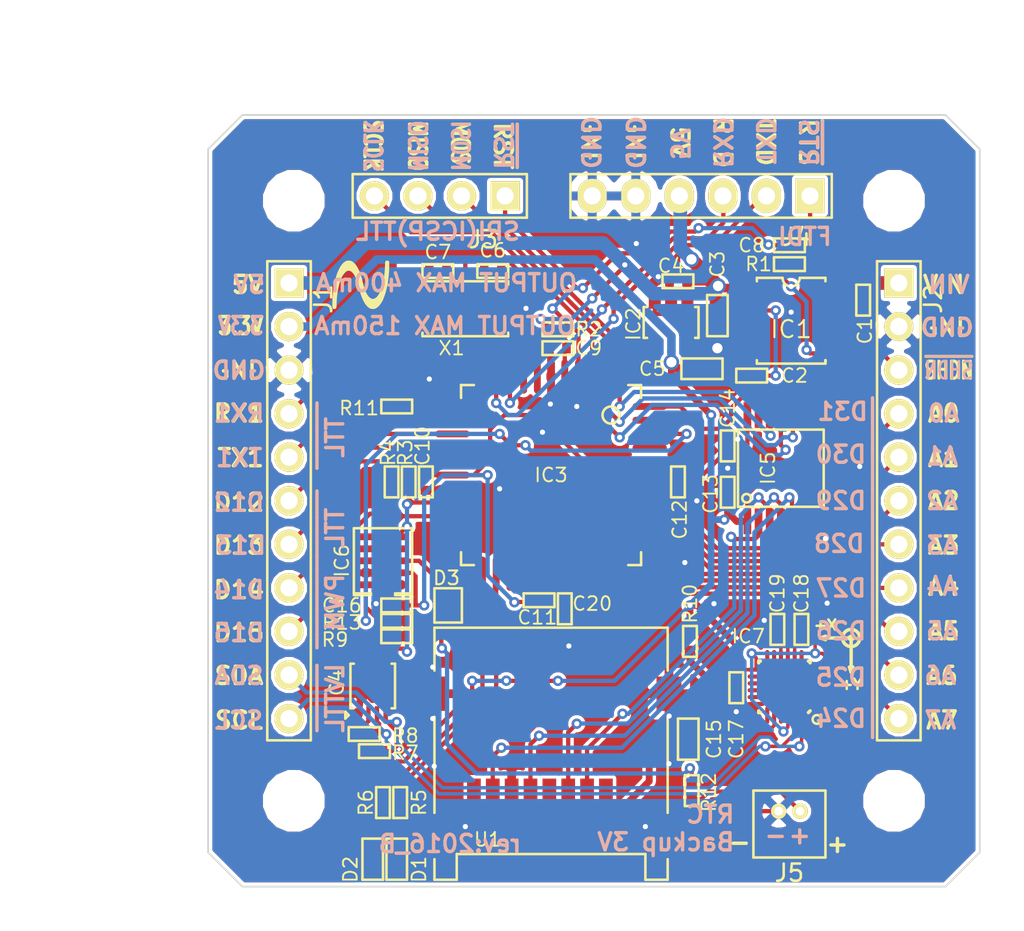
<source format=kicad_pcb>
(kicad_pcb (version 4) (host pcbnew 4.0.2-stable)
  (title_block (title logger_core_9DOF) (date 2016-03-13) (rev B) (company "Kent Nakazawa (Kent_n@outlook.com)"))
  (layers (0 F.Cu signal) (31 B.Cu signal) (34 B.Paste user hide) (35 F.Paste user hide) (36 B.SilkS user) (37 F.SilkS user) (38 B.Mask user) (39 F.Mask user) (44 Edge.Cuts user))
  (net 0 "")
  (net 1 GND)
  (net 2 /~RST)
  (net 3 /~PROG)
  (net 4 /VIN)
  (net 5 +5V)
  (net 6 +3.3V)
  (net 7 /A0)
  (net 8 "Net-(C15-Pad1)")
  (net 9 "Net-(C19-Pad1)")
  (net 10 "Net-(D1-Pad2)")
  (net 11 "Net-(D2-Pad2)")
  (net 12 /MOSI)
  (net 13 /MISO)
  (net 14 /SCLK)
  (net 15 /RX0)
  (net 16 /TX0)
  (net 17 /RX1)
  (net 18 /TX1)
  (net 19 /D12p)
  (net 20 /D13p)
  (net 21 /D14p)
  (net 22 /D15p)
  (net 23 /SCL)
  (net 24 /SDA)
  (net 25 /D20)
  (net 26 /D21)
  (net 27 /A7)
  (net 28 /A6)
  (net 29 /A5)
  (net 30 /A4)
  (net 31 /A3)
  (net 32 /A2)
  (net 33 /A1)
  (net 34 /INT)
  (net 35 /~SS)
  (net 36 /EN)
  (net 37 /~SS3V3)
  (net 38 /MOSI3V3)
  (net 39 /SCLK3V3)
  (net 40 /MISO3V3)
  (net 41 /SCL3V3)
  (net 42 /SDA3V3)
  (net 43 "Net-(J1-Pad5)")
  (net 44 "Net-(C6-Pad1)")
  (net 45 "Net-(C7-Pad1)")
  (net 46 "Net-(IC4-Pad7)")
  (net 47 "Net-(C2-Pad2)")
  (net 48 "Net-(C20-Pad1)")
  (net 49 "Net-(D3-Pad1)")
  (net 50 "Net-(D3-Pad3)")
  (net 51 "Net-(J5-Pad1)")
  (module EIA:0603 (layer F.Cu) (at 138.5 120.9 90)
    (fp_text reference D1 (at -0.6 1.3 270) (layer F.SilkS) (effects (font (size 0.8 0.8) (thickness 0.11))))
    (fp_text value LED hide)
    (pad 1 smd trapezoid (at -0.8 0 90) (size 0.6 0.9) (layers F.Cu F.Paste F.Mask) (net 1 GND))
    (pad 2 smd trapezoid (at 0.8 0 90) (size 0.6 0.9) (layers F.Cu F.Paste F.Mask) (net 10 "Net-(D1-Pad2)"))
  )
  (module EIA:0603 (layer F.Cu) (at 137.1 120.9 90)
    (fp_text reference D2 (at -0.6 -1.3 90) (layer F.SilkS) (effects (font (size 0.8 0.8) (thickness 0.11))))
    (fp_text value LED hide)
    (pad 1 smd trapezoid (at -0.8 0 90) (size 0.6 0.9) (layers F.Cu F.Paste F.Mask) (net 1 GND))
    (pad 2 smd trapezoid (at 0.8 0 90) (size 0.6 0.9) (layers F.Cu F.Paste F.Mask) (net 11 "Net-(D2-Pad2)"))
  )
  (module QFP_QFN:QFN24 (layer F.Cu) (at 161.107888 110.849264 180)
    (fp_text reference IC7 (at 2.107888 2.949264 180) (layer F.SilkS) (effects (font (size 0.8 0.8) (thickness 0.11))))
    (fp_text value MPU-9250)
    (pad 1 smd oval (at -1.65 -1 180) (size 1 0.24) (layers F.Cu F.Paste F.Mask) (net 6 +3.3V))
    (pad 2 smd oval (at -1.65 -0.6 180) (size 1 0.24) (layers F.Cu F.Paste F.Mask))
    (pad 3 smd oval (at -1.65 -0.2 180) (size 1 0.24) (layers F.Cu F.Paste F.Mask))
    (pad 4 smd oval (at -1.65 0.2 180) (size 1 0.24) (layers F.Cu F.Paste F.Mask))
    (pad 5 smd oval (at -1.65 0.6 180) (size 1 0.24) (layers F.Cu F.Paste F.Mask))
    (pad 6 smd oval (at -1.65 1 180) (size 1 0.24) (layers F.Cu F.Paste F.Mask))
    (pad 7 smd oval (at -1 1.65 180) (size 0.24 1) (layers F.Cu F.Paste F.Mask))
    (pad 8 smd oval (at -0.6 1.65 180) (size 0.24 1) (layers F.Cu F.Paste F.Mask) (net 6 +3.3V))
    (pad 9 smd oval (at -0.2 1.65 180) (size 0.24 1) (layers F.Cu F.Paste F.Mask) (net 1 GND))
    (pad 10 smd oval (at 0.2 1.65 180) (size 0.24 1) (layers F.Cu F.Paste F.Mask) (net 9 "Net-(C19-Pad1)"))
    (pad 11 smd oval (at 0.6 1.65 180) (size 0.24 1) (layers F.Cu F.Paste F.Mask))
    (pad 12 smd oval (at 1 1.65 180) (size 0.24 1) (layers F.Cu F.Paste F.Mask))
    (pad 13 smd oval (at 1.65 1 180) (size 1 0.24) (layers F.Cu F.Paste F.Mask) (net 6 +3.3V))
    (pad 14 smd oval (at 1.65 0.6 180) (size 1 0.24) (layers F.Cu F.Paste F.Mask))
    (pad 15 smd oval (at 1.65 0.2 180) (size 1 0.24) (layers F.Cu F.Paste F.Mask))
    (pad 16 smd oval (at 1.65 -0.2 180) (size 1 0.24) (layers F.Cu F.Paste F.Mask))
    (pad 17 smd oval (at 1.65 -0.6 180) (size 1 0.24) (layers F.Cu F.Paste F.Mask))
    (pad 18 smd oval (at 1.65 -1 180) (size 1 0.24) (layers F.Cu F.Paste F.Mask) (net 1 GND))
    (pad 19 smd oval (at 1 -1.65 180) (size 0.24 1) (layers F.Cu F.Paste F.Mask))
    (pad 20 smd oval (at 0.6 -1.65 180) (size 0.24 1) (layers F.Cu F.Paste F.Mask) (net 1 GND))
    (pad 21 smd oval (at 0.2 -1.65 180) (size 0.24 1) (layers F.Cu F.Paste F.Mask))
    (pad 22 smd oval (at -0.2 -1.65 180) (size 0.24 1) (layers F.Cu F.Paste F.Mask) (net 6 +3.3V))
    (pad 23 smd oval (at -0.6 -1.65 180) (size 0.24 1) (layers F.Cu F.Paste F.Mask) (net 41 /SCL3V3))
    (pad 24 smd oval (at -1 -1.65 180) (size 0.24 1) (layers F.Cu F.Paste F.Mask) (net 42 /SDA3V3))
  )
  (module CRYSTAL:5032 (layer F.Cu) (at 142.5 88.8)
    (fp_text reference X1 (at -0.8 2.3 180) (layer F.SilkS) (effects (font (size 0.8 0.8) (thickness 0.11))))
    (fp_text value CRYSTAL)
    (pad 1 smd trapezoid (at -2 0) (size 2 2.4) (layers F.Cu F.Paste F.Mask) (net 45 "Net-(C7-Pad1)"))
    (pad 2 smd trapezoid (at 2 0) (size 2 2.4) (layers F.Cu F.Paste F.Mask) (net 44 "Net-(C6-Pad1)"))
  )
  (module SOCKET:microSD_hinge (layer F.Cu) (at 147.5 116.2)
    (fp_text reference U1 (at -3.7 3.55) (layer F.SilkS) (effects (font (size 0.8 0.8) (thickness 0.11))))
    (fp_text value microSD_hinge)
    (pad 1 smd rect (at 3.2 0.75) (size 0.8 1.5) (layers F.Cu F.Paste F.Mask))
    (pad 2 smd rect (at 2.1 0.75) (size 0.8 1.5) (layers F.Cu F.Paste F.Mask) (net 37 /~SS3V3))
    (pad 3 smd rect (at 1 0.75) (size 0.8 1.5) (layers F.Cu F.Paste F.Mask) (net 38 /MOSI3V3))
    (pad 4 smd rect (at -0.1 0.75) (size 0.8 1.5) (layers F.Cu F.Paste F.Mask) (net 8 "Net-(C15-Pad1)"))
    (pad 5 smd rect (at -1.2 0.75) (size 0.8 1.5) (layers F.Cu F.Paste F.Mask) (net 39 /SCLK3V3))
    (pad 6 smd rect (at -2.3 0.75) (size 0.8 1.5) (layers F.Cu F.Paste F.Mask) (net 1 GND))
    (pad 7 smd rect (at -3.4 0.75) (size 0.8 1.5) (layers F.Cu F.Paste F.Mask) (net 40 /MISO3V3))
    (pad 8 smd rect (at -4.5 0.75) (size 0.8 1.5) (layers F.Cu F.Paste F.Mask))
    (pad 9 smd rect (at 6.875 -4.95) (size 1.45 2) (layers F.Cu F.Paste F.Mask) (net 1 GND))
    (pad 10 smd rect (at 6.875 3.35) (size 1.45 2) (layers F.Cu F.Paste F.Mask) (net 1 GND))
    (pad 11 smd rect (at -6.875 3.35) (size 1.45 2) (layers F.Cu F.Paste F.Mask) (net 1 GND))
    (pad 12 smd rect (at -6.875 -4.95) (size 1.45 2) (layers F.Cu F.Paste F.Mask) (net 1 GND))
  )
  (module EIA:0402 (layer F.Cu) (at 165.7 88.3 270)
    (fp_text reference C1 (at 1.8 -0.1 270) (layer F.SilkS) (effects (font (size 0.8 0.8) (thickness 0.11))))
    (fp_text value 1u hide)
    (pad 1 smd rect (at -0.5 0 270) (size 0.5 0.6) (layers F.Cu F.Paste F.Mask) (net 4 /VIN))
    (pad 2 smd rect (at 0.5 0 270) (size 0.5 0.6) (layers F.Cu F.Paste F.Mask) (net 1 GND))
  )
  (module EIA:0402 (layer F.Cu) (at 159.2 92.7 180)
    (fp_text reference C2 (at -2.5 0 180) (layer F.SilkS) (effects (font (size 0.8 0.8) (thickness 0.11))))
    (fp_text value 0.01u hide)
    (pad 1 smd rect (at -0.5 0 180) (size 0.5 0.6) (layers F.Cu F.Paste F.Mask) (net 5 +5V))
    (pad 2 smd rect (at 0.5 0 180) (size 0.5 0.6) (layers F.Cu F.Paste F.Mask) (net 47 "Net-(C2-Pad2)"))
  )
  (module EIA:0603 (layer F.Cu) (at 157.2 89.2 270)
    (fp_text reference C3 (at -3 0 270) (layer F.SilkS) (effects (font (size 0.8 0.8) (thickness 0.11))))
    (fp_text value 10u hide)
    (pad 1 smd trapezoid (at -0.8 0 270) (size 0.6 0.9) (layers F.Cu F.Paste F.Mask) (net 5 +5V))
    (pad 2 smd trapezoid (at 0.8 0 270) (size 0.6 0.9) (layers F.Cu F.Paste F.Mask) (net 1 GND))
  )
  (module EIA:0402 (layer F.Cu) (at 154.9 87.2 180)
    (fp_text reference C4 (at 0.4 0.9 180) (layer F.SilkS) (effects (font (size 0.8 0.8) (thickness 0.11))))
    (fp_text value 0.1u hide)
    (pad 1 smd rect (at -0.5 0 180) (size 0.5 0.6) (layers F.Cu F.Paste F.Mask) (net 5 +5V))
    (pad 2 smd rect (at 0.5 0 180) (size 0.5 0.6) (layers F.Cu F.Paste F.Mask) (net 1 GND))
  )
  (module EIA:0603 (layer F.Cu) (at 156.3 92.3)
    (fp_text reference C5 (at -2.9 0) (layer F.SilkS) (effects (font (size 0.8 0.8) (thickness 0.11))))
    (fp_text value 4.7u hide)
    (pad 1 smd trapezoid (at -0.8 0) (size 0.6 0.9) (layers F.Cu F.Paste F.Mask) (net 6 +3.3V))
    (pad 2 smd trapezoid (at 0.8 0) (size 0.6 0.9) (layers F.Cu F.Paste F.Mask) (net 1 GND))
  )
  (module EIA:0402 (layer F.Cu) (at 144.1 86.6 180)
    (fp_text reference C6 (at 0 1.2 180) (layer F.SilkS) (effects (font (size 0.8 0.8) (thickness 0.11))))
    (fp_text value 15p hide)
    (pad 1 smd rect (at -0.5 0 180) (size 0.5 0.6) (layers F.Cu F.Paste F.Mask) (net 44 "Net-(C6-Pad1)"))
    (pad 2 smd rect (at 0.5 0 180) (size 0.5 0.6) (layers F.Cu F.Paste F.Mask) (net 1 GND))
  )
  (module EIA:0402 (layer F.Cu) (at 140.9 86.6)
    (fp_text reference C7 (at 0 -1.1) (layer F.SilkS) (effects (font (size 0.8 0.8) (thickness 0.11))))
    (fp_text value 15p hide)
    (pad 1 smd rect (at -0.5 0) (size 0.5 0.6) (layers F.Cu F.Paste F.Mask) (net 45 "Net-(C7-Pad1)"))
    (pad 2 smd rect (at 0.5 0) (size 0.5 0.6) (layers F.Cu F.Paste F.Mask) (net 1 GND))
  )
  (module EIA:0402 (layer F.Cu) (at 161.4 85.1)
    (fp_text reference C8 (at -2.2 0) (layer F.SilkS) (effects (font (size 0.8 0.8) (thickness 0.11))))
    (fp_text value 0.1u hide)
    (pad 1 smd rect (at -0.5 0) (size 0.5 0.6) (layers F.Cu F.Paste F.Mask) (net 2 /~RST))
    (pad 2 smd rect (at 0.5 0) (size 0.5 0.6) (layers F.Cu F.Paste F.Mask) (net 3 /~PROG))
  )
  (module EIA:0402 (layer F.Cu) (at 147.9 91.1 180)
    (fp_text reference C9 (at -1.8 0 180) (layer F.SilkS) (effects (font (size 0.8 0.8) (thickness 0.11))))
    (fp_text value 0.1u hide)
    (pad 1 smd rect (at -0.5 0 180) (size 0.5 0.6) (layers F.Cu F.Paste F.Mask) (net 5 +5V))
    (pad 2 smd rect (at 0.5 0 180) (size 0.5 0.6) (layers F.Cu F.Paste F.Mask) (net 1 GND))
  )
  (module EIA:0402 (layer F.Cu) (at 140.2 98.9 270)
    (fp_text reference C10 (at -2.1 0.2 270) (layer F.SilkS) (effects (font (size 0.8 0.8) (thickness 0.11))))
    (fp_text value 0.1u hide)
    (pad 1 smd rect (at -0.5 0 270) (size 0.5 0.6) (layers F.Cu F.Paste F.Mask) (net 5 +5V))
    (pad 2 smd rect (at 0.5 0 270) (size 0.5 0.6) (layers F.Cu F.Paste F.Mask) (net 1 GND))
  )
  (module EIA:0402 (layer F.Cu) (at 146.8 105.8)
    (fp_text reference C11 (at -0.1 1) (layer F.SilkS) (effects (font (size 0.8 0.8) (thickness 0.11))))
    (fp_text value 0.1u hide)
    (pad 1 smd rect (at -0.5 0) (size 0.5 0.6) (layers F.Cu F.Paste F.Mask) (net 5 +5V))
    (pad 2 smd rect (at 0.5 0) (size 0.5 0.6) (layers F.Cu F.Paste F.Mask) (net 1 GND))
  )
  (module EIA:0402 (layer F.Cu) (at 154.9 98.9 90)
    (fp_text reference C12 (at -2.2 0.1 90) (layer F.SilkS) (effects (font (size 0.8 0.8) (thickness 0.11))))
    (fp_text value 0.1u hide)
    (pad 1 smd rect (at -0.5 0 90) (size 0.5 0.6) (layers F.Cu F.Paste F.Mask) (net 5 +5V))
    (pad 2 smd rect (at 0.5 0 90) (size 0.5 0.6) (layers F.Cu F.Paste F.Mask) (net 1 GND))
  )
  (module EIA:0402 (layer F.Cu) (at 157.8 99.5 90)
    (fp_text reference C13 (at -0.1 -1 90) (layer F.SilkS) (effects (font (size 0.8 0.8) (thickness 0.11))))
    (fp_text value 0.1u hide)
    (pad 1 smd rect (at -0.5 0 90) (size 0.5 0.6) (layers F.Cu F.Paste F.Mask) (net 6 +3.3V))
    (pad 2 smd rect (at 0.5 0 90) (size 0.5 0.6) (layers F.Cu F.Paste F.Mask) (net 1 GND))
  )
  (module EIA:0402 (layer F.Cu) (at 157.8 96.8 90)
    (fp_text reference C14 (at 2.2 0 90) (layer F.SilkS) (effects (font (size 0.8 0.8) (thickness 0.11))))
    (fp_text value 0.1u hide)
    (pad 1 smd rect (at -0.5 0 90) (size 0.5 0.6) (layers F.Cu F.Paste F.Mask) (net 5 +5V))
    (pad 2 smd rect (at 0.5 0 90) (size 0.5 0.6) (layers F.Cu F.Paste F.Mask) (net 1 GND))
  )
  (module EIA:0603 (layer F.Cu) (at 155.5 113.9 90)
    (fp_text reference C15 (at 0 1.5 90) (layer F.SilkS) (effects (font (size 0.8 0.8) (thickness 0.11))))
    (fp_text value 4.7u hide)
    (pad 1 smd trapezoid (at -0.8 0 90) (size 0.6 0.9) (layers F.Cu F.Paste F.Mask) (net 8 "Net-(C15-Pad1)"))
    (pad 2 smd trapezoid (at 0.8 0 90) (size 0.6 0.9) (layers F.Cu F.Paste F.Mask) (net 1 GND))
  )
  (module EIA:0402 (layer F.Cu) (at 138.5 106.1 180)
    (fp_text reference C16 (at 3.2 0 180) (layer F.SilkS) (effects (font (size 0.8 0.8) (thickness 0.11))))
    (fp_text value 0.1u hide)
    (pad 1 smd rect (at -0.5 0 180) (size 0.5 0.6) (layers F.Cu F.Paste F.Mask) (net 5 +5V))
    (pad 2 smd rect (at 0.5 0 180) (size 0.5 0.6) (layers F.Cu F.Paste F.Mask) (net 1 GND))
  )
  (module EIA:0402 (layer F.Cu) (at 158.3 110.9 270)
    (fp_text reference C17 (at 3 0 270) (layer F.SilkS) (effects (font (size 0.8 0.8) (thickness 0.11))))
    (fp_text value 0.01u hide)
    (pad 1 smd rect (at -0.5 0 270) (size 0.5 0.6) (layers F.Cu F.Paste F.Mask) (net 6 +3.3V))
    (pad 2 smd rect (at 0.5 0 270) (size 0.5 0.6) (layers F.Cu F.Paste F.Mask) (net 1 GND))
  )
  (module EIA:0402 (layer F.Cu) (at 162.1 107.5 90)
    (fp_text reference C18 (at 2.1 0 90) (layer F.SilkS) (effects (font (size 0.8 0.8) (thickness 0.11))))
    (fp_text value 0.1u hide)
    (pad 1 smd rect (at -0.5 0 90) (size 0.5 0.6) (layers F.Cu F.Paste F.Mask) (net 6 +3.3V))
    (pad 2 smd rect (at 0.5 0 90) (size 0.5 0.6) (layers F.Cu F.Paste F.Mask) (net 1 GND))
  )
  (module EIA:0402 (layer F.Cu) (at 160.7 107.5 90)
    (fp_text reference C19 (at 2.1 0 90) (layer F.SilkS) (effects (font (size 0.8 0.8) (thickness 0.11))))
    (fp_text value 0.1u hide)
    (pad 1 smd rect (at -0.5 0 90) (size 0.5 0.6) (layers F.Cu F.Paste F.Mask) (net 9 "Net-(C19-Pad1)"))
    (pad 2 smd rect (at 0.5 0 90) (size 0.5 0.6) (layers F.Cu F.Paste F.Mask) (net 1 GND))
  )
  (module TI:SOT-25 (layer F.Cu) (at 154.5 89.6 180)
    (fp_text reference IC2 (at 2.2 -0.1 270) (layer F.SilkS) (effects (font (size 0.8 0.8) (thickness 0.11))))
    (fp_text value LDO_5)
    (pad 1 smd rect (at -0.95 1.3 180) (size 0.7 1) (layers F.Cu F.Paste F.Mask) (net 5 +5V))
    (pad 2 smd rect (at 0 1.3 180) (size 0.7 1) (layers F.Cu F.Paste F.Mask) (net 1 GND))
    (pad 3 smd rect (at 0.95 1.3 180) (size 0.7 1) (layers F.Cu F.Paste F.Mask) (net 5 +5V))
    (pad 4 smd rect (at 0.95 -1.3 180) (size 0.7 1) (layers F.Cu F.Paste F.Mask))
    (pad 5 smd rect (at -0.95 -1.3 180) (size 0.7 1) (layers F.Cu F.Paste F.Mask) (net 6 +3.3V))
  )
  (module QFP_QFN:TQFP_44 (layer F.Cu) (at 147.5 98.5 270)
    (fp_text reference IC3 (at 0 0 360) (layer F.SilkS) (effects (font (size 0.8 0.8) (thickness 0.11))))
    (fp_text value ATMEGA644PA-A)
    (pad 1 smd oval (at -5.75 -4) (size 0.4 2) (layers F.Cu F.Paste F.Mask) (net 12 /MOSI))
    (pad 2 smd oval (at -5.75 -3.2) (size 0.4 2) (layers F.Cu F.Paste F.Mask) (net 13 /MISO))
    (pad 3 smd oval (at -5.75 -2.4) (size 0.4 2) (layers F.Cu F.Paste F.Mask) (net 14 /SCLK))
    (pad 4 smd oval (at -5.75 -1.6) (size 0.4 2) (layers F.Cu F.Paste F.Mask) (net 2 /~RST))
    (pad 5 smd oval (at -5.75 -0.8) (size 0.4 2) (layers F.Cu F.Paste F.Mask) (net 5 +5V))
    (pad 6 smd oval (at -5.75 0) (size 0.4 2) (layers F.Cu F.Paste F.Mask) (net 1 GND))
    (pad 7 smd oval (at -5.75 0.8) (size 0.4 2) (layers F.Cu F.Paste F.Mask) (net 44 "Net-(C6-Pad1)"))
    (pad 8 smd oval (at -5.75 1.6) (size 0.4 2) (layers F.Cu F.Paste F.Mask) (net 45 "Net-(C7-Pad1)"))
    (pad 9 smd oval (at -5.75 2.4) (size 0.4 2) (layers F.Cu F.Paste F.Mask) (net 15 /RX0))
    (pad 10 smd oval (at -5.75 3.2) (size 0.4 2) (layers F.Cu F.Paste F.Mask) (net 16 /TX0))
    (pad 11 smd oval (at -5.75 4) (size 0.4 2) (layers F.Cu F.Paste F.Mask) (net 17 /RX1))
    (pad 12 smd oval (at -4 5.75 270) (size 0.4 2) (layers F.Cu F.Paste F.Mask) (net 18 /TX1))
    (pad 13 smd oval (at -3.2 5.75 270) (size 0.4 2) (layers F.Cu F.Paste F.Mask) (net 19 /D12p))
    (pad 14 smd oval (at -2.4 5.75 270) (size 0.4 2) (layers F.Cu F.Paste F.Mask) (net 20 /D13p))
    (pad 15 smd oval (at -1.6 5.75 270) (size 0.4 2) (layers F.Cu F.Paste F.Mask) (net 21 /D14p))
    (pad 16 smd oval (at -0.8 5.75 270) (size 0.4 2) (layers F.Cu F.Paste F.Mask) (net 22 /D15p))
    (pad 17 smd oval (at 0 5.75 270) (size 0.4 2) (layers F.Cu F.Paste F.Mask) (net 5 +5V))
    (pad 18 smd oval (at 0.8 5.75 270) (size 0.4 2) (layers F.Cu F.Paste F.Mask) (net 1 GND))
    (pad 19 smd oval (at 1.6 5.75 270) (size 0.4 2) (layers F.Cu F.Paste F.Mask) (net 23 /SCL))
    (pad 20 smd oval (at 2.4 5.75 270) (size 0.4 2) (layers F.Cu F.Paste F.Mask) (net 24 /SDA))
    (pad 21 smd oval (at 3.2 5.75 270) (size 0.4 2) (layers F.Cu F.Paste F.Mask))
    (pad 22 smd oval (at 4 5.75 270) (size 0.4 2) (layers F.Cu F.Paste F.Mask))
    (pad 23 smd oval (at 5.75 4) (size 0.4 2) (layers F.Cu F.Paste F.Mask) (net 25 /D20))
    (pad 24 smd oval (at 5.75 3.2) (size 0.4 2) (layers F.Cu F.Paste F.Mask) (net 26 /D21))
    (pad 25 smd oval (at 5.75 2.4) (size 0.4 2) (layers F.Cu F.Paste F.Mask))
    (pad 26 smd oval (at 5.75 1.6) (size 0.4 2) (layers F.Cu F.Paste F.Mask))
    (pad 27 smd oval (at 5.75 0.8) (size 0.4 2) (layers F.Cu F.Paste F.Mask) (net 5 +5V))
    (pad 28 smd oval (at 5.75 0) (size 0.4 2) (layers F.Cu F.Paste F.Mask) (net 1 GND))
    (pad 29 smd oval (at 5.75 -0.8) (size 0.4 2) (layers F.Cu F.Paste F.Mask) (net 48 "Net-(C20-Pad1)"))
    (pad 30 smd oval (at 5.75 -1.6) (size 0.4 2) (layers F.Cu F.Paste F.Mask) (net 27 /A7))
    (pad 31 smd oval (at 5.75 -2.4) (size 0.4 2) (layers F.Cu F.Paste F.Mask) (net 28 /A6))
    (pad 32 smd oval (at 5.75 -3.2) (size 0.4 2) (layers F.Cu F.Paste F.Mask) (net 29 /A5))
    (pad 33 smd oval (at 5.75 -4) (size 0.4 2) (layers F.Cu F.Paste F.Mask) (net 30 /A4))
    (pad 34 smd oval (at 4 -5.75 270) (size 0.4 2) (layers F.Cu F.Paste F.Mask) (net 31 /A3))
    (pad 35 smd oval (at 3.2 -5.75 270) (size 0.4 2) (layers F.Cu F.Paste F.Mask) (net 32 /A2))
    (pad 36 smd oval (at 2.4 -5.75 270) (size 0.4 2) (layers F.Cu F.Paste F.Mask) (net 33 /A1))
    (pad 37 smd oval (at 1.6 -5.75 270) (size 0.4 2) (layers F.Cu F.Paste F.Mask) (net 7 /A0))
    (pad 38 smd oval (at 0.8 -5.75 270) (size 0.4 2) (layers F.Cu F.Paste F.Mask) (net 5 +5V))
    (pad 39 smd oval (at 0 -5.75 270) (size 0.4 2) (layers F.Cu F.Paste F.Mask) (net 1 GND))
    (pad 40 smd oval (at -0.8 -5.75 270) (size 0.4 2) (layers F.Cu F.Paste F.Mask))
    (pad 41 smd oval (at -1.6 -5.75 270) (size 0.4 2) (layers F.Cu F.Paste F.Mask))
    (pad 42 smd oval (at -2.4 -5.75 270) (size 0.4 2) (layers F.Cu F.Paste F.Mask) (net 34 /INT))
    (pad 43 smd oval (at -3.2 -5.75 270) (size 0.4 2) (layers F.Cu F.Paste F.Mask))
    (pad 44 smd oval (at -4 -5.75 270) (size 0.4 2) (layers F.Cu F.Paste F.Mask) (net 35 /~SS))
  )
  (module TI:DCU-8 (layer F.Cu) (at 137.1 110.8)
    (fp_text reference IC4 (at -2.1 0 90) (layer F.SilkS) (effects (font (size 0.8 0.8) (thickness 0.11))))
    (fp_text value PCA9306)
    (pad 8 smd rect (at -0.75 -1.55) (size 0.25 0.75) (layers F.Cu F.Paste F.Mask) (net 46 "Net-(IC4-Pad7)"))
    (pad 1 smd rect (at -0.75 1.55) (size 0.25 0.75) (layers F.Cu F.Paste F.Mask) (net 1 GND))
    (pad 7 smd rect (at -0.25 -1.55) (size 0.25 0.75) (layers F.Cu F.Paste F.Mask) (net 46 "Net-(IC4-Pad7)"))
    (pad 2 smd rect (at -0.25 1.55) (size 0.25 0.75) (layers F.Cu F.Paste F.Mask) (net 6 +3.3V))
    (pad 6 smd rect (at 0.25 -1.55) (size 0.25 0.75) (layers F.Cu F.Paste F.Mask) (net 23 /SCL))
    (pad 3 smd rect (at 0.25 1.55) (size 0.25 0.75) (layers F.Cu F.Paste F.Mask) (net 41 /SCL3V3))
    (pad 5 smd rect (at 0.75 -1.55) (size 0.25 0.75) (layers F.Cu F.Paste F.Mask) (net 24 /SDA))
    (pad 4 smd rect (at 0.75 1.55) (size 0.25 0.75) (layers F.Cu F.Paste F.Mask) (net 42 /SDA3V3))
  )
  (module TI:TSSOP14 (layer F.Cu) (at 160.9 98.1 90)
    (fp_text reference IC5 (at 0 -0.75 90) (layer F.SilkS) (effects (font (size 0.8 0.8) (thickness 0.11))))
    (fp_text value TXB0104)
    (pad 1 smd rect (at -3.1 -1.95 90) (size 1.5 0.45) (layers F.Cu F.Paste F.Mask) (net 6 +3.3V))
    (pad 2 smd rect (at -3.1 -1.3 90) (size 1.5 0.45) (layers F.Cu F.Paste F.Mask) (net 37 /~SS3V3))
    (pad 3 smd rect (at -3.1 -0.65 90) (size 1.5 0.45) (layers F.Cu F.Paste F.Mask) (net 38 /MOSI3V3))
    (pad 4 smd rect (at -3.1 0 90) (size 1.5 0.45) (layers F.Cu F.Paste F.Mask) (net 39 /SCLK3V3))
    (pad 5 smd rect (at -3.1 0.65 90) (size 1.5 0.45) (layers F.Cu F.Paste F.Mask) (net 40 /MISO3V3))
    (pad 6 smd rect (at -3.1 1.3 90) (size 1.5 0.45) (layers F.Cu F.Paste F.Mask))
    (pad 7 smd rect (at -3.1 1.95 90) (size 1.5 0.45) (layers F.Cu F.Paste F.Mask) (net 1 GND))
    (pad 8 smd rect (at 3.1 1.95 90) (size 1.5 0.45) (layers F.Cu F.Paste F.Mask) (net 6 +3.3V))
    (pad 9 smd rect (at 3.1 1.3 90) (size 1.5 0.45) (layers F.Cu F.Paste F.Mask))
    (pad 10 smd rect (at 3.1 0.65 90) (size 1.5 0.45) (layers F.Cu F.Paste F.Mask) (net 13 /MISO))
    (pad 11 smd rect (at 3.1 0 90) (size 1.5 0.45) (layers F.Cu F.Paste F.Mask) (net 14 /SCLK))
    (pad 12 smd rect (at 3.1 -0.65 90) (size 1.5 0.45) (layers F.Cu F.Paste F.Mask) (net 12 /MOSI))
    (pad 13 smd rect (at 3.1 -1.3 90) (size 1.5 0.45) (layers F.Cu F.Paste F.Mask) (net 35 /~SS))
    (pad 14 smd rect (at 3.1 -1.95 90) (size 1.5 0.45) (layers F.Cu F.Paste F.Mask) (net 5 +5V))
  )
  (module CRYSTAL:RX8900CE (layer F.Cu) (at 137.7 103.5 90)
    (fp_text reference IC6 (at 0 -2.4 90) (layer F.SilkS) (effects (font (size 0.8 0.8) (thickness 0.11))))
    (fp_text value RX8900CE)
    (pad 1 smd rect (at -1.4 1 90) (size 0.4 0.9) (layers F.Cu F.Paste F.Mask) (net 1 GND))
    (pad 2 smd rect (at -0.7 1 90) (size 0.4 0.9) (layers F.Cu F.Paste F.Mask) (net 5 +5V))
    (pad 3 smd rect (at 0 1 90) (size 0.4 0.9) (layers F.Cu F.Paste F.Mask) (net 50 "Net-(D3-Pad3)"))
    (pad 4 smd rect (at 0.7 1 90) (size 0.4 0.9) (layers F.Cu F.Paste F.Mask))
    (pad 5 smd rect (at 1.4 1 90) (size 0.4 0.9) (layers F.Cu F.Paste F.Mask) (net 23 /SCL))
    (pad 6 smd rect (at 1.4 -1 90) (size 0.4 0.9) (layers F.Cu F.Paste F.Mask))
    (pad 7 smd rect (at 0.7 -1 90) (size 0.4 0.9) (layers F.Cu F.Paste F.Mask) (net 24 /SDA))
    (pad 8 smd rect (at 0 -1 90) (size 0.4 0.9) (layers F.Cu F.Paste F.Mask))
    (pad 9 smd rect (at -0.7 -1 90) (size 0.4 0.9) (layers F.Cu F.Paste F.Mask) (net 1 GND))
    (pad 10 smd rect (at -1.4 -1 90) (size 0.4 0.9) (layers F.Cu F.Paste F.Mask) (net 34 /INT))
  )
  (module EIA:0402 (layer F.Cu) (at 161.4 86.2 180)
    (fp_text reference R1 (at 1.8 0 180) (layer F.SilkS) (effects (font (size 0.8 0.8) (thickness 0.11))))
    (fp_text value 10k hide)
    (pad 1 smd rect (at -0.5 0 180) (size 0.5 0.6) (layers F.Cu F.Paste F.Mask) (net 4 /VIN))
    (pad 2 smd rect (at 0.5 0 180) (size 0.5 0.6) (layers F.Cu F.Paste F.Mask) (net 36 /EN))
  )
  (module EIA:0402 (layer F.Cu) (at 147.9 90)
    (fp_text reference R2 (at 1.8 0) (layer F.SilkS) (effects (font (size 0.8 0.8) (thickness 0.11))))
    (fp_text value 10k hide)
    (pad 1 smd rect (at -0.5 0) (size 0.5 0.6) (layers F.Cu F.Paste F.Mask) (net 5 +5V))
    (pad 2 smd rect (at 0.5 0) (size 0.5 0.6) (layers F.Cu F.Paste F.Mask) (net 2 /~RST))
  )
  (module EIA:0402 (layer F.Cu) (at 139.2 98.9 270)
    (fp_text reference R3 (at -1.7 0.2 270) (layer F.SilkS) (effects (font (size 0.8 0.8) (thickness 0.11))))
    (fp_text value 3.3k hide)
    (pad 1 smd rect (at -0.5 0 270) (size 0.5 0.6) (layers F.Cu F.Paste F.Mask) (net 5 +5V))
    (pad 2 smd rect (at 0.5 0 270) (size 0.5 0.6) (layers F.Cu F.Paste F.Mask) (net 23 /SCL))
  )
  (module EIA:0402 (layer F.Cu) (at 138.2 98.9 270)
    (fp_text reference R4 (at -1.7 0.2 270) (layer F.SilkS) (effects (font (size 0.8 0.8) (thickness 0.11))))
    (fp_text value 3.3k hide)
    (pad 1 smd rect (at -0.5 0 270) (size 0.5 0.6) (layers F.Cu F.Paste F.Mask) (net 5 +5V))
    (pad 2 smd rect (at 0.5 0 270) (size 0.5 0.6) (layers F.Cu F.Paste F.Mask) (net 24 /SDA))
  )
  (module EIA:0402 (layer F.Cu) (at 138.7 117.6 270)
    (fp_text reference R5 (at 0 -1.1 270) (layer F.SilkS) (effects (font (size 0.8 0.8) (thickness 0.11))))
    (fp_text value 3.3k hide)
    (pad 1 smd rect (at -0.5 0 270) (size 0.5 0.6) (layers F.Cu F.Paste F.Mask) (net 26 /D21))
    (pad 2 smd rect (at 0.5 0 270) (size 0.5 0.6) (layers F.Cu F.Paste F.Mask) (net 10 "Net-(D1-Pad2)"))
  )
  (module EIA:0402 (layer F.Cu) (at 137.7 117.6 270)
    (fp_text reference R6 (at 0 1 270) (layer F.SilkS) (effects (font (size 0.8 0.8) (thickness 0.11))))
    (fp_text value 3.3k hide)
    (pad 1 smd rect (at -0.5 0 270) (size 0.5 0.6) (layers F.Cu F.Paste F.Mask) (net 25 /D20))
    (pad 2 smd rect (at 0.5 0 270) (size 0.5 0.6) (layers F.Cu F.Paste F.Mask) (net 11 "Net-(D2-Pad2)"))
  )
  (module EIA:0402 (layer F.Cu) (at 137.2 114.6)
    (fp_text reference R7 (at 1.8 0.1) (layer F.SilkS) (effects (font (size 0.8 0.8) (thickness 0.11))))
    (fp_text value 3.3k hide)
    (pad 1 smd rect (at -0.5 0) (size 0.5 0.6) (layers F.Cu F.Paste F.Mask) (net 6 +3.3V))
    (pad 2 smd rect (at 0.5 0) (size 0.5 0.6) (layers F.Cu F.Paste F.Mask) (net 42 /SDA3V3))
  )
  (module EIA:0402 (layer F.Cu) (at 136.6 113.6)
    (fp_text reference R8 (at 2.4 0.1) (layer F.SilkS) (effects (font (size 0.8 0.8) (thickness 0.11))))
    (fp_text value 3.3k hide)
    (pad 1 smd rect (at -0.5 0) (size 0.5 0.6) (layers F.Cu F.Paste F.Mask) (net 6 +3.3V))
    (pad 2 smd rect (at 0.5 0) (size 0.5 0.6) (layers F.Cu F.Paste F.Mask) (net 41 /SCL3V3))
  )
  (module EIA:0402 (layer F.Cu) (at 138.5 107.9 180)
    (fp_text reference R9 (at 3.6 -0.2 180) (layer F.SilkS) (effects (font (size 0.8 0.8) (thickness 0.11))))
    (fp_text value 200k hide)
    (pad 1 smd rect (at -0.5 0 180) (size 0.5 0.6) (layers F.Cu F.Paste F.Mask) (net 5 +5V))
    (pad 2 smd rect (at 0.5 0 180) (size 0.5 0.6) (layers F.Cu F.Paste F.Mask) (net 46 "Net-(IC4-Pad7)"))
  )
  (module EIA:0402 (layer F.Cu) (at 155.6 108.2 270)
    (fp_text reference R10 (at -2.2 0 270) (layer F.SilkS) (effects (font (size 0.8 0.8) (thickness 0.11))))
    (fp_text value 1 hide)
    (pad 1 smd rect (at -0.5 0 270) (size 0.5 0.6) (layers F.Cu F.Paste F.Mask) (net 6 +3.3V))
    (pad 2 smd rect (at 0.5 0 270) (size 0.5 0.6) (layers F.Cu F.Paste F.Mask) (net 8 "Net-(C15-Pad1)"))
  )
  (module EIA:0402 (layer F.Cu) (at 138.5 94.5)
    (fp_text reference R11 (at -2.2 0.1) (layer F.SilkS) (effects (font (size 0.8 0.8) (thickness 0.11))))
    (fp_text value 100 hide)
    (pad 1 smd rect (at -0.5 0) (size 0.5 0.6) (layers F.Cu F.Paste F.Mask) (net 43 "Net-(J1-Pad5)"))
    (pad 2 smd rect (at 0.5 0) (size 0.5 0.6) (layers F.Cu F.Paste F.Mask) (net 18 /TX1))
  )
  (module EIA:0402 (layer F.Cu) (at 155.7 116.9 90)
    (fp_text reference R12 (at -0.1 1 90) (layer F.SilkS) (effects (font (size 0.8 0.8) (thickness 0.11))))
    (fp_text value 1k hide)
    (pad 1 smd rect (at -0.5 0 90) (size 0.5 0.6) (layers F.Cu F.Paste F.Mask) (net 51 "Net-(J5-Pad1)"))
    (pad 2 smd rect (at 0.5 0 90) (size 0.5 0.6) (layers F.Cu F.Paste F.Mask) (net 49 "Net-(D3-Pad1)"))
  )
  (module EIA:0402 (layer F.Cu) (at 138.5 107 180)
    (fp_text reference R13 (at 3.2 -0.1 180) (layer F.SilkS) (effects (font (size 0.8 0.8) (thickness 0.11))))
    (fp_text value 10k hide)
    (pad 1 smd rect (at -0.5 0 180) (size 0.5 0.6) (layers F.Cu F.Paste F.Mask) (net 5 +5V))
    (pad 2 smd rect (at 0.5 0 180) (size 0.5 0.6) (layers F.Cu F.Paste F.Mask) (net 34 /INT))
  )
  (module TI:SO8 (layer F.Cu) (at 161.5 89.5)
    (fp_text reference IC1 (at 0 0.5) (layer F.SilkS) (effects (font (thickness 0.12))))
    (fp_text value LT1763-SO8)
    (pad 8 smd rect (at 2.7 -1.905 270) (size 0.6 1.55) (layers F.Cu F.Paste F.Mask) (net 4 /VIN))
    (pad 1 smd rect (at -2.7 -1.905 270) (size 0.6 1.55) (layers F.Cu F.Paste F.Mask) (net 5 +5V))
    (pad 2 smd rect (at -2.7 -0.635 270) (size 0.6 1.55) (layers F.Cu F.Paste F.Mask) (net 5 +5V))
    (pad 3 smd rect (at -2.7 0.635 270) (size 0.6 1.55) (layers F.Cu F.Paste F.Mask) (net 1 GND))
    (pad 4 smd rect (at -2.7 1.905 270) (size 0.6 1.55) (layers F.Cu F.Paste F.Mask) (net 47 "Net-(C2-Pad2)"))
    (pad 7 smd rect (at 2.7 -0.635 270) (size 0.6 1.55) (layers F.Cu F.Paste F.Mask) (net 1 GND))
    (pad 6 smd rect (at 2.7 0.635 270) (size 0.6 1.55) (layers F.Cu F.Paste F.Mask) (net 1 GND))
    (pad 5 smd rect (at 2.7 1.905 270) (size 0.6 1.55) (layers F.Cu F.Paste F.Mask) (net 36 /EN))
  )
  (module DRILL_HOLE:drill_M3 (layer F.Cu) (at 167.5 82.5)
    (fp_text reference Drill_M3 hide)
    (fp_text value H** hide)
    (pad "" np_thru_hole circle (at 0 0) (size 3.2 3.2) (drill 3.2) (layers *.Cu *.Mask F.SilkS))
  )
  (module DRILL_HOLE:drill_M3 (layer F.Cu) (at 132.5 82.5)
    (fp_text reference Drill_M3 hide)
    (fp_text value H** hide)
    (pad "" np_thru_hole circle (at 0 0) (size 3.2 3.2) (drill 3.2) (layers *.Cu *.Mask F.SilkS))
  )
  (module DRILL_HOLE:drill_M3 (layer F.Cu) (at 132.5 117.5)
    (fp_text reference Drill_M3 hide)
    (fp_text value H** hide)
    (pad "" np_thru_hole circle (at 0 0) (size 3.2 3.2) (drill 3.2) (layers *.Cu *.Mask F.SilkS))
  )
  (module DRILL_HOLE:drill_M3 (layer F.Cu) (at 167.5 117.5)
    (fp_text reference Drill_M3 hide)
    (fp_text value H** hide)
    (pad "" np_thru_hole circle (at 0 0) (size 3.2 3.2) (drill 3.2) (layers *.Cu *.Mask F.SilkS))
  )
  (module EIA:0402 (layer F.Cu) (at 148.3 106.3 270)
    (fp_text reference C20 (at -0.3 -1.6 360) (layer F.SilkS) (effects (font (size 0.8 0.8) (thickness 0.11))))
    (fp_text value 0.1u hide)
    (pad 1 smd rect (at -0.5 0 270) (size 0.5 0.6) (layers F.Cu F.Paste F.Mask) (net 48 "Net-(C20-Pad1)"))
    (pad 2 smd rect (at 0.5 0 270) (size 0.5 0.6) (layers F.Cu F.Paste F.Mask) (net 1 GND))
  )
  (module CONN_1.27MM:DF13-2P (layer F.Cu) (at 161.4 118.1)
    (fp_text reference J5 (at 0 3.6) (layer F.SilkS))
    (fp_text value CONN_2)
    (pad 1 thru_hole circle (at 0.625 0) (size 0.9 0.9) (drill 0.5) (layers *.Cu *.Mask F.SilkS) (net 51 "Net-(J5-Pad1)"))
    (pad 2 thru_hole circle (at -0.625 0) (size 0.9 0.9) (drill 0.5) (layers *.Cu *.Mask F.SilkS) (net 1 GND))
  )
  (module LOGO:N_LOGO_3mm (layer F.Cu) (at 136.4 87.4)
    (fp_text reference G*** hide)
    (fp_text value LOGO hide)
  )
  (module DIODE:SOT523HY (layer F.Cu) (at 141.5 106.1)
    (fp_text reference D3 (at -0.1 -1.6) (layer F.SilkS) (effects (font (size 0.8 0.8) (thickness 0.12))))
    (fp_text value BAS70T-05T-7-F hide)
    (pad 1 smd trapezoid (at -0.4 0.65) (size 0.8 0.5) (layers F.Cu F.Paste F.Mask) (net 49 "Net-(D3-Pad1)"))
    (pad 2 smd trapezoid (at 0.5 0.65) (size 0.4 0.5) (layers F.Cu F.Paste F.Mask))
    (pad 3 smd trapezoid (at -0.1 -0.65) (size 1.2 0.5) (layers F.Cu F.Paste F.Mask) (net 50 "Net-(D3-Pad3)"))
  )
  (module CONN_2.54MM:1x4P (layer F.Cu) (at 141.01 82.22 180)
    (fp_text reference J3 (at -2.54 -2.54 180) (layer F.SilkS))
    (fp_text value CONN_4)
    (pad 1 thru_hole rect (at -3.81 0 180) (size 1.7 1.7) (drill 1) (layers *.Cu *.Mask F.SilkS) (net 2 /~RST))
    (pad 2 thru_hole circle (at -1.27 0 180) (size 1.7 1.7) (drill 1) (layers *.Cu *.Mask F.SilkS) (net 12 /MOSI))
    (pad 3 thru_hole circle (at 1.27 0 180) (size 1.7 1.7) (drill 1) (layers *.Cu *.Mask F.SilkS) (net 13 /MISO))
    (pad 4 thru_hole circle (at 3.81 0 180) (size 1.7 1.7) (drill 1) (layers *.Cu *.Mask F.SilkS) (net 14 /SCLK))
  )
  (module CONN_2.54MM:1x6DP (layer F.Cu) (at 157.52 82.22 180)
    (fp_text reference J4 (at -4.3 -2.4 180) (layer F.SilkS))
    (fp_text value CONN_6)
    (pad 1 thru_hole rect (at -5.08 0 180) (size 1.7 2) (drill 1) (layers *.Cu *.Mask F.SilkS) (net 3 /~PROG))
    (pad 2 thru_hole oval (at -2.54 0 180) (size 1.7 2) (drill 1) (layers *.Cu *.Mask F.SilkS) (net 16 /TX0))
    (pad 3 thru_hole oval (at 0 0 180) (size 1.7 2) (drill 1) (layers *.Cu *.Mask F.SilkS) (net 15 /RX0))
    (pad 4 thru_hole oval (at 2.54 0 180) (size 1.7 2) (drill 1) (layers *.Cu *.Mask F.SilkS) (net 5 +5V))
    (pad 5 thru_hole oval (at 5.08 0 180) (size 1.7 2) (drill 1) (layers *.Cu *.Mask F.SilkS) (net 1 GND))
    (pad 6 thru_hole oval (at 7.62 0 180) (size 1.7 2) (drill 1) (layers *.Cu *.Mask F.SilkS) (net 1 GND))
  )
  (module CONN_2.54MM:1x11P (layer F.Cu) (at 167.78 100 270)
    (fp_text reference J2 (at -11.77 -2 270) (layer F.SilkS))
    (fp_text value CONN_11)
    (pad 1 thru_hole rect (at -12.7 0 270) (size 1.7 1.7) (drill 1) (layers *.Cu *.Mask F.SilkS) (net 4 /VIN))
    (pad 2 thru_hole circle (at -10.16 0 270) (size 1.7 1.7) (drill 1) (layers *.Cu *.Mask F.SilkS) (net 1 GND))
    (pad 3 thru_hole circle (at -7.62 0 270) (size 1.7 1.7) (drill 1) (layers *.Cu *.Mask F.SilkS) (net 36 /EN))
    (pad 4 thru_hole circle (at -5.08 0 270) (size 1.7 1.7) (drill 1) (layers *.Cu *.Mask F.SilkS) (net 7 /A0))
    (pad 5 thru_hole circle (at -2.54 0 270) (size 1.7 1.7) (drill 1) (layers *.Cu *.Mask F.SilkS) (net 33 /A1))
    (pad 6 thru_hole circle (at 0 0 270) (size 1.7 1.7) (drill 1) (layers *.Cu *.Mask F.SilkS) (net 32 /A2))
    (pad 7 thru_hole circle (at 2.54 0 270) (size 1.7 1.7) (drill 1) (layers *.Cu *.Mask F.SilkS) (net 31 /A3))
    (pad 8 thru_hole circle (at 5.08 0 270) (size 1.7 1.7) (drill 1) (layers *.Cu *.Mask F.SilkS) (net 30 /A4))
    (pad 9 thru_hole circle (at 7.62 0 270) (size 1.7 1.7) (drill 1) (layers *.Cu *.Mask F.SilkS) (net 29 /A5))
    (pad 10 thru_hole circle (at 10.16 0 270) (size 1.7 1.7) (drill 1) (layers *.Cu *.Mask F.SilkS) (net 28 /A6))
    (pad 11 thru_hole circle (at 12.7 0 270) (size 1.7 1.7) (drill 1) (layers *.Cu *.Mask F.SilkS) (net 27 /A7))
  )
  (module CONN_2.54MM:1x11P (layer F.Cu) (at 132.22 100 270)
    (fp_text reference J1 (at -11.77 -2 270) (layer F.SilkS))
    (fp_text value CONN_11)
    (pad 1 thru_hole rect (at -12.7 0 270) (size 1.7 1.7) (drill 1) (layers *.Cu *.Mask F.SilkS) (net 5 +5V))
    (pad 2 thru_hole circle (at -10.16 0 270) (size 1.7 1.7) (drill 1) (layers *.Cu *.Mask F.SilkS) (net 6 +3.3V))
    (pad 3 thru_hole circle (at -7.62 0 270) (size 1.7 1.7) (drill 1) (layers *.Cu *.Mask F.SilkS) (net 1 GND))
    (pad 4 thru_hole circle (at -5.08 0 270) (size 1.7 1.7) (drill 1) (layers *.Cu *.Mask F.SilkS) (net 17 /RX1))
    (pad 5 thru_hole circle (at -2.54 0 270) (size 1.7 1.7) (drill 1) (layers *.Cu *.Mask F.SilkS) (net 43 "Net-(J1-Pad5)"))
    (pad 6 thru_hole circle (at 0 0 270) (size 1.7 1.7) (drill 1) (layers *.Cu *.Mask F.SilkS) (net 19 /D12p))
    (pad 7 thru_hole circle (at 2.54 0 270) (size 1.7 1.7) (drill 1) (layers *.Cu *.Mask F.SilkS) (net 20 /D13p))
    (pad 8 thru_hole circle (at 5.08 0 270) (size 1.7 1.7) (drill 1) (layers *.Cu *.Mask F.SilkS) (net 21 /D14p))
    (pad 9 thru_hole circle (at 7.62 0 270) (size 1.7 1.7) (drill 1) (layers *.Cu *.Mask F.SilkS) (net 22 /D15p))
    (pad 10 thru_hole circle (at 10.16 0 270) (size 1.7 1.7) (drill 1) (layers *.Cu *.Mask F.SilkS) (net 42 /SDA3V3))
    (pad 11 thru_hole circle (at 12.7 0 270) (size 1.7 1.7) (drill 1) (layers *.Cu *.Mask F.SilkS) (net 41 /SCL3V3))
  )
  (gr_text rev:2016_B (at 141.6 120) (layer B.SilkS) (effects (font (size 1 1) (thickness 0.2)) (justify mirror)))
  (gr_text FTDI (at 162.3 84.6) (layer B.SilkS) (effects (font (size 1 1) (thickness 0.2)) (justify mirror)))
  (gr_text "SPI(ICSP)TTL" (at 140.9 84.3) (layer B.SilkS) (effects (font (size 1 1) (thickness 0.2)) (justify mirror)))
  (gr_text D31 (at 164.5 94.8) (layer B.SilkS) (effects (font (size 1 1) (thickness 0.2)) (justify mirror)))
  (gr_text D30 (at 164.4 97.3) (layer B.SilkS) (effects (font (size 1 1) (thickness 0.2)) (justify mirror)))
  (gr_text D29 (at 164.4 100) (layer B.SilkS) (effects (font (size 1 1) (thickness 0.2)) (justify mirror)))
  (gr_text D28 (at 164.3 102.5) (layer B.SilkS) (effects (font (size 1 1) (thickness 0.2)) (justify mirror)))
  (gr_text "RTC \nBackup 3V" (at 158.3 119.1) (layer B.SilkS) (effects (font (size 1 1) (thickness 0.2)) (justify left mirror)))
  (gr_text + (at 162 119.5) (layer B.SilkS) (effects (font (size 1 1) (thickness 0.2)) (justify mirror)))
  (gr_text - (at 160.6 119.5) (layer B.SilkS) (effects (font (size 1 1) (thickness 0.2)) (justify mirror)))
  (gr_text - (at 158.5 119.9) (layer F.SilkS) (effects (font (size 1 1) (thickness 0.2))))
  (gr_text + (at 164.2 120) (layer F.SilkS) (effects (font (size 1 1) (thickness 0.2))))
  (gr_text +Y (at 165 110.7) (layer F.SilkS) (effects (font (size 0.6 0.6))))
  (gr_line (start 170.5 77.5) (end 129.5 77.5) (layer Edge.Cuts) (width 0.1))
  (gr_text A1 (at 170.3 97.4) (layer B.SilkS) (effects (font (size 1 1) (thickness 0.2)) (justify mirror)))
  (gr_text A0 (at 170.4 94.9) (layer B.SilkS) (effects (font (size 1 1) (thickness 0.2)) (justify mirror)))
  (gr_text A2 (at 170.3 100) (layer B.SilkS) (effects (font (size 1 1) (thickness 0.2)) (justify mirror)))
  (gr_text A3 (at 170.3 102.6) (layer B.SilkS) (effects (font (size 1 1) (thickness 0.2)) (justify mirror)))
  (gr_text A0 (at 170.4 94.9) (layer F.SilkS) (effects (font (size 1 1) (thickness 0.2))))
  (gr_text A1 (at 170.4 97.5) (layer F.SilkS) (effects (font (size 1 1) (thickness 0.2))))
  (gr_text A2 (at 170.4 100) (layer F.SilkS) (effects (font (size 1 1) (thickness 0.2))))
  (gr_text A3 (at 170.4 102.6) (layer F.SilkS) (effects (font (size 1 1) (thickness 0.2))))
  (gr_text +X (at 163.5 107.25) (layer F.SilkS) (effects (font (size 0.6 0.6))))
  (gr_line (start 163.5 108.1) (end 163.2 108) (layer F.SilkS) (width 0.2))
  (gr_line (start 163.5 107.9) (end 163.5 108.1) (layer F.SilkS) (width 0.2))
  (gr_line (start 163.2 108) (end 163.5 107.9) (layer F.SilkS) (width 0.2))
  (gr_line (start 165.1 108) (end 163.2 108) (layer F.SilkS) (width 0.2))
  (gr_line (start 164.9 109.7) (end 165 110) (layer F.SilkS) (width 0.2))
  (gr_line (start 165.1 109.7) (end 164.9 109.7) (layer F.SilkS) (width 0.2))
  (gr_line (start 165 110) (end 165.1 109.7) (layer F.SilkS) (width 0.2))
  (gr_line (start 165 108) (end 165 110) (layer F.SilkS) (width 0.2))
  (gr_circle (center 165 108) (end 164.9 108) (layer F.SilkS) (width 0.2))
  (gr_circle (center 165 108) (end 164.5 108) (layer F.SilkS) (width 0.2))
  (gr_text "TTL  PWM" (at 134.9 104 90) (layer B.SilkS) (effects (font (size 1 1) (thickness 0.2)) (justify mirror)))
  (gr_text ____________ (at 133.3 104 90) (layer B.SilkS) (effects (font (size 1 1) (thickness 0.2)) (justify mirror)))
  (gr_text GND (at 149.8 79.1 270) (layer B.SilkS) (effects (font (size 1 1) (thickness 0.2)) (justify mirror)))
  (gr_text GND (at 152.4 79.1 270) (layer B.SilkS) (effects (font (size 1 1) (thickness 0.2)) (justify mirror)))
  (gr_text 5V (at 155 79.2 270) (layer B.SilkS) (effects (font (size 1 1) (thickness 0.2)) (justify mirror)))
  (gr_text RXD (at 157.5 79.1 270) (layer B.SilkS) (effects (font (size 1 1) (thickness 0.2)) (justify mirror)))
  (gr_text TXD (at 160 79 270) (layer B.SilkS) (effects (font (size 1 1) (thickness 0.2)) (justify mirror)))
  (gr_text ~RTS (at 162.5 79.1 270) (layer B.SilkS) (effects (font (size 1 1) (thickness 0.2)) (justify mirror)))
  (gr_text GND (at 149.8 79.1 270) (layer F.SilkS) (effects (font (size 1 1) (thickness 0.2))))
  (gr_text GND (at 152.4 79.1 270) (layer F.SilkS) (effects (font (size 1 1) (thickness 0.2))))
  (gr_text 5V (at 155 79.090282 270) (layer F.SilkS) (effects (font (size 1 1) (thickness 0.2))))
  (gr_text RXD (at 157.5 79.1 270) (layer F.SilkS) (effects (font (size 1 1) (thickness 0.2))))
  (gr_text TXD (at 160 79.1 270) (layer F.SilkS) (effects (font (size 1 1) (thickness 0.2))))
  (gr_text ~RTS (at 162.5 79.090282 270) (layer F.SilkS) (effects (font (size 1 1) (thickness 0.2))))
  (gr_text _____ (at 133.3 111.5 90) (layer B.SilkS) (effects (font (size 1 1) (thickness 0.2)) (justify mirror)))
  (gr_text _____ (at 133.3 96.2 90) (layer B.SilkS) (effects (font (size 1 1) (thickness 0.2)) (justify mirror)))
  (gr_text "OUTPUT MAX 150mA" (at 141.3 89.8) (layer B.SilkS) (effects (font (size 1 1) (thickness 0.2)) (justify mirror)))
  (gr_text __________________________ (at 165.7 103.9 90) (layer B.SilkS) (effects (font (size 1 1) (thickness 0.2)) (justify mirror)))
  (gr_text "OUTPUT MAX 400mA" (at 141.4 87.3) (layer B.SilkS) (effects (font (size 1 1) (thickness 0.2)) (justify mirror)))
  (gr_text TTL (at 134.9 96.3 90) (layer B.SilkS) (effects (font (size 1 1) (thickness 0.2)) (justify mirror)))
  (gr_text LVTTL (at 134.9 111.5 90) (layer B.SilkS) (effects (font (size 1 1) (thickness 0.2)) (justify mirror)))
  (gr_text D27 (at 164.4 105.1) (layer B.SilkS) (effects (font (size 1 1) (thickness 0.2)) (justify mirror)))
  (gr_text D26 (at 164.4 107.6) (layer B.SilkS) (effects (font (size 1 1) (thickness 0.2)) (justify mirror)))
  (gr_text D25 (at 164.4 110.3) (layer B.SilkS) (effects (font (size 1 1) (thickness 0.2)) (justify mirror)))
  (gr_text D24 (at 164.4 112.7) (layer B.SilkS) (effects (font (size 1 1) (thickness 0.2)) (justify mirror)))
  (gr_text A4 (at 170.3 105) (layer B.SilkS) (effects (font (size 1 1) (thickness 0.2)) (justify mirror)))
  (gr_text A5 (at 170.3 107.6) (layer B.SilkS) (effects (font (size 1 1) (thickness 0.2)) (justify mirror)))
  (gr_text A6 (at 170.2 110.2) (layer B.SilkS) (effects (font (size 1 1) (thickness 0.2)) (justify mirror)))
  (gr_text A7 (at 170.2 112.8) (layer B.SilkS) (effects (font (size 1 1) (thickness 0.2)) (justify mirror)))
  (gr_text SCL (at 129.3 112.8) (layer B.SilkS) (effects (font (size 1 1) (thickness 0.2)) (justify mirror)))
  (gr_text SDA (at 129.3 110.2) (layer B.SilkS) (effects (font (size 1 1) (thickness 0.2)) (justify mirror)))
  (gr_text TX1 (at 129.3 97.5) (layer B.SilkS) (effects (font (size 1 1) (thickness 0.2)) (justify mirror)))
  (gr_text RX1 (at 129.3 94.9) (layer B.SilkS) (effects (font (size 1 1) (thickness 0.2)) (justify mirror)))
  (gr_text GND (at 129.3 92.4) (layer B.SilkS) (effects (font (size 1 1) (thickness 0.2)) (justify mirror)))
  (gr_text 3.3V (at 129.4 89.8) (layer B.SilkS) (effects (font (size 1 0.8) (thickness 0.2)) (justify mirror)))
  (gr_text 5V (at 129.9 87.4) (layer B.SilkS) (effects (font (size 1 1) (thickness 0.2)) (justify mirror)))
  (gr_text MISO (at 139.7 79.3 270) (layer B.SilkS) (effects (font (size 1 0.8) (thickness 0.2)) (justify mirror)))
  (gr_text SCLK (at 137.1 79.3 270) (layer B.SilkS) (effects (font (size 1 0.8) (thickness 0.2)) (justify mirror)))
  (gr_text MOSI (at 142.2 79.3 270) (layer B.SilkS) (effects (font (size 1 0.8) (thickness 0.18)) (justify mirror)))
  (gr_text GND (at 170.6 89.9) (layer B.SilkS) (effects (font (size 1 1) (thickness 0.2)) (justify mirror)))
  (gr_text D15 (at 129.3 107.7) (layer B.SilkS) (effects (font (size 1 1) (thickness 0.2)) (justify mirror)))
  (gr_text D12 (at 129.3 100.1) (layer B.SilkS) (effects (font (size 1 1) (thickness 0.2)) (justify mirror)))
  (gr_text D13 (at 129.4 102.6) (layer B.SilkS) (effects (font (size 1 1) (thickness 0.2)) (justify mirror)))
  (gr_text D14 (at 129.3 105.2) (layer B.SilkS) (effects (font (size 1 1) (thickness 0.2)) (justify mirror)))
  (gr_text ~SHDN (at 170.7 92.4) (layer B.SilkS) (effects (font (size 1 0.7)) (justify mirror)))
  (gr_text ~RST (at 144.7 79.3 270) (layer B.SilkS) (effects (font (size 1 1) (thickness 0.2)) (justify mirror)))
  (gr_text VIN (at 170.7 87.4) (layer B.SilkS) (effects (font (size 1 1) (thickness 0.2)) (justify mirror)))
  (gr_text A4 (at 170.4 105) (layer F.SilkS) (effects (font (size 1 1) (thickness 0.2))))
  (gr_text A5 (at 170.4 107.6) (layer F.SilkS) (effects (font (size 1 1) (thickness 0.2))))
  (gr_text A6 (at 170.3 110.2) (layer F.SilkS) (effects (font (size 1 1) (thickness 0.2))))
  (gr_text A7 (at 170.3 112.8) (layer F.SilkS) (effects (font (size 1 1) (thickness 0.2))))
  (gr_text SCL (at 129.3 112.8) (layer F.SilkS) (effects (font (size 1 1) (thickness 0.2))))
  (gr_text SDA (at 129.3 110.2) (layer F.SilkS) (effects (font (size 1 1) (thickness 0.2))))
  (gr_text TX1 (at 129.4 97.5) (layer F.SilkS) (effects (font (size 1 1) (thickness 0.2))))
  (gr_text RX1 (at 129.3 94.9) (layer F.SilkS) (effects (font (size 1 1) (thickness 0.2))))
  (gr_text GND (at 129.3 92.4) (layer F.SilkS) (effects (font (size 1 1) (thickness 0.2))))
  (gr_text 3.3V (at 129.4 89.8) (layer F.SilkS) (effects (font (size 1 0.8) (thickness 0.2))))
  (gr_text 5V (at 129.8 87.4) (layer F.SilkS) (effects (font (size 1 1) (thickness 0.2))))
  (gr_text D15 (at 129.3 107.7) (layer F.SilkS) (effects (font (size 1 1) (thickness 0.2))))
  (gr_text D14 (at 129.3 105.2) (layer F.SilkS) (effects (font (size 1 1) (thickness 0.2))))
  (gr_text D13 (at 129.3 102.6) (layer F.SilkS) (effects (font (size 1 1) (thickness 0.2))))
  (gr_text D12 (at 129.3 100.1) (layer F.SilkS) (effects (font (size 1 1) (thickness 0.2))))
  (gr_text SCLK (at 137.1 79.3 270) (layer F.SilkS) (effects (font (size 1 0.8) (thickness 0.2))))
  (gr_text MISO (at 139.7 79.3 270) (layer F.SilkS) (effects (font (size 1 0.8) (thickness 0.2))))
  (gr_text MOSI (at 142.2 79.3 270) (layer F.SilkS) (effects (font (size 1 0.8) (thickness 0.18))))
  (gr_text ~RST (at 144.7 79.3 270) (layer F.SilkS) (effects (font (size 1 1) (thickness 0.2))))
  (gr_text ~SHDN (at 170.7 92.4) (layer F.SilkS) (effects (font (size 1 0.7) (thickness 0.175))))
  (gr_text GND (at 170.6 89.9) (layer F.SilkS) (effects (font (size 1 1) (thickness 0.2))))
  (gr_text VIN (at 170.4 87.4) (layer F.SilkS) (effects (font (size 1 1) (thickness 0.2))))
  (gr_line (start 127.5 79.5) (end 127.5 120.5) (layer Edge.Cuts) (width 0.1))
  (gr_line (start 172.5 120.5) (end 172.5 79.5) (layer Edge.Cuts) (width 0.1))
  (gr_line (start 129.5 122.5) (end 170.5 122.5) (layer Edge.Cuts) (width 0.1))
  (gr_line (start 172.5 79.5) (end 170.5 77.5) (layer Edge.Cuts) (width 0.1))
  (gr_line (start 127.5 79.5) (end 129.5 77.5) (layer Edge.Cuts) (width 0.1))
  (gr_line (start 129.5 122.5) (end 127.5 120.5) (layer Edge.Cuts) (width 0.1))
  (gr_line (start 170.5 122.5) (end 172.5 120.5) (layer Edge.Cuts) (width 0.1))
  (segment (start 137.5 104.596398) (end 137.5 104.9) (width 0.25) (layer F.Cu) (net 1))
  (segment (start 137.5 104.9) (end 137.5 105.8) (width 0.25) (layer F.Cu) (net 1))
  (segment (start 138.2 104.9) (end 137.5 104.9) (width 0.25) (layer F.Cu) (net 1))
  (segment (start 138.7 104.9) (end 138.2 104.9) (width 0.25) (layer F.Cu) (net 1))
  (segment (start 160.775 118.1) (end 157.089172 118.1) (width 0.25) (layer F.Cu) (net 1))
  (segment (start 157.089172 118.1) (end 155.639172 119.55) (width 0.25) (layer F.Cu) (net 1))
  (segment (start 155.639172 119.55) (end 154.375 119.55) (width 0.25) (layer F.Cu) (net 1))
  (segment (start 142.5 86) (end 142.624274 85.875726) (width 0.25) (layer F.Cu) (net 1))
  (segment (start 142.624274 85.875726) (end 144.879328 85.875726) (width 0.25) (layer F.Cu) (net 1))
  (segment (start 146.038827 88.354264) (end 146.038827 88.778528) (width 0.25) (layer F.Cu) (net 1))
  (segment (start 144.879328 85.875726) (end 146.038827 87.035225) (width 0.25) (layer F.Cu) (net 1))
  (segment (start 146.038827 87.035225) (end 146.038827 88.354264) (width 0.25) (layer F.Cu) (net 1))
  (segment (start 142.5 86) (end 142.370481 85.870481) (width 0.25) (layer F.Cu) (net 1))
  (segment (start 138.469469 91.735824) (end 139.235824 91.735824) (width 0.25) (layer F.Cu) (net 1))
  (segment (start 142.370481 85.870481) (end 138.329519 85.870481) (width 0.25) (layer F.Cu) (net 1))
  (segment (start 138.329519 85.870481) (end 138.301021 85.898979) (width 0.25) (layer F.Cu) (net 1))
  (segment (start 138.301021 91.567376) (end 138.469469 91.735824) (width 0.25) (layer F.Cu) (net 1))
  (segment (start 138.301021 85.898979) (end 138.301021 91.567376) (width 0.25) (layer F.Cu) (net 1))
  (segment (start 139.235824 91.735824) (end 140.4 92.9) (width 0.25) (layer F.Cu) (net 1))
  (via (at 140.4 92.9) (size 0.6) (drill 0.3) (layers F.Cu B.Cu) (net 1))
  (segment (start 148.538621 103.338621) (end 155.038621 103.338621) (width 0.25) (layer B.Cu) (net 1))
  (segment (start 155.038621 103.338621) (end 155.3 103.6) (width 0.25) (layer B.Cu) (net 1))
  (via (at 155.3 103.6) (size 0.6) (drill 0.3) (layers F.Cu B.Cu) (net 1))
  (segment (start 146.21934 95.6) (end 144.51934 97.3) (width 0.25) (layer B.Cu) (net 1))
  (segment (start 146.31934 95.5) (end 146.21934 95.6) (width 0.25) (layer B.Cu) (net 1))
  (segment (start 146.21934 95.6) (end 146.6 95.6) (width 0.25) (layer B.Cu) (net 1))
  (segment (start 146.6 95.6) (end 147 96) (width 0.25) (layer B.Cu) (net 1))
  (via (at 147 96) (size 0.6) (drill 0.3) (layers F.Cu B.Cu) (net 1))
  (segment (start 147.45967 94.35967) (end 146.31934 95.5) (width 0.25) (layer B.Cu) (net 1))
  (segment (start 147.45967 94.35967) (end 148.85967 94.35967) (width 0.25) (layer B.Cu) (net 1))
  (segment (start 148.85967 94.35967) (end 149 94.5) (width 0.25) (layer B.Cu) (net 1))
  (via (at 149 94.5) (size 0.6) (drill 0.3) (layers F.Cu B.Cu) (net 1))
  (segment (start 162.1 98.1) (end 165.4 98.1) (width 0.25) (layer B.Cu) (net 1))
  (segment (start 165.4 98.1) (end 165.5 98) (width 0.25) (layer B.Cu) (net 1))
  (via (at 165.5 98) (size 0.6) (drill 0.3) (layers F.Cu B.Cu) (net 1))
  (segment (start 161.5 90.135) (end 164.2 90.135) (width 0.25) (layer F.Cu) (net 1))
  (segment (start 159.825 90.135) (end 161.5 90.135) (width 0.25) (layer F.Cu) (net 1))
  (via (at 161.5 89) (size 0.6) (drill 0.3) (layers F.Cu B.Cu) (net 1))
  (segment (start 161.5 90.135) (end 161.5 89) (width 0.25) (layer F.Cu) (net 1))
  (segment (start 152.470271 85) (end 152.470271 82.666028) (width 0.25) (layer B.Cu) (net 1))
  (segment (start 152.470271 85.650581) (end 152.470271 85) (width 0.25) (layer B.Cu) (net 1))
  (via (at 152.470271 85) (size 0.6) (drill 0.3) (layers F.Cu B.Cu) (net 1))
  (segment (start 153 119.55) (end 142.5 119.55) (width 0.25) (layer F.Cu) (net 1))
  (segment (start 153.4 119.55) (end 153 119.55) (width 0.25) (layer F.Cu) (net 1))
  (segment (start 153 119.55) (end 153 119) (width 0.25) (layer F.Cu) (net 1))
  (via (at 153 119) (size 0.6) (drill 0.3) (layers F.Cu B.Cu) (net 1))
  (segment (start 142.5 119.55) (end 140.625 119.55) (width 0.25) (layer F.Cu) (net 1))
  (segment (start 142.5 119.55) (end 142.5 119) (width 0.25) (layer F.Cu) (net 1))
  (via (at 142.5 119) (size 0.6) (drill 0.3) (layers F.Cu B.Cu) (net 1))
  (segment (start 157.8 98.1) (end 156 99.9) (width 0.25) (layer F.Cu) (net 1))
  (segment (start 156 99.9) (end 156 100) (width 0.25) (layer F.Cu) (net 1))
  (via (at 156 100) (size 0.6) (drill 0.3) (layers F.Cu B.Cu) (net 1))
  (segment (start 161.307888 106.307888) (end 161 106) (width 0.25) (layer F.Cu) (net 1))
  (segment (start 161 106) (end 157 106) (width 0.25) (layer F.Cu) (net 1))
  (via (at 157 106) (size 0.6) (drill 0.3) (layers F.Cu B.Cu) (net 1))
  (segment (start 161.307888 107.007888) (end 161.307888 106.307888) (width 0.25) (layer F.Cu) (net 1))
  (segment (start 154.385823 112.554047) (end 154.385823 115.317103) (width 0.25) (layer B.Cu) (net 1))
  (segment (start 154.375 115.334738) (end 154.371594 115.331332) (width 0.25) (layer F.Cu) (net 1))
  (segment (start 154.375 119.55) (end 154.375 115.334738) (width 0.25) (layer F.Cu) (net 1))
  (segment (start 154.385823 115.317103) (end 154.371594 115.331332) (width 0.25) (layer B.Cu) (net 1))
  (via (at 154.371594 115.331332) (size 0.6) (drill 0.3) (layers F.Cu B.Cu) (net 1))
  (segment (start 148.3 106.9) (end 148.3 108.228671) (width 0.25) (layer F.Cu) (net 1))
  (segment (start 148.3 108.228671) (end 148.538621 108.467292) (width 0.25) (layer F.Cu) (net 1))
  (segment (start 147.5 105.2) (end 147.45 105.2) (width 0.25) (layer F.Cu) (net 1))
  (segment (start 147.45 105.2) (end 147.3 105.35) (width 0.25) (layer F.Cu) (net 1))
  (segment (start 147.3 105.35) (end 147.3 105.9) (width 0.25) (layer F.Cu) (net 1))
  (segment (start 147.5 104.25) (end 147.5 105.2) (width 0.25) (layer F.Cu) (net 1))
  (segment (start 147.3 105.9) (end 147.3 106.5) (width 0.25) (layer F.Cu) (net 1))
  (segment (start 147.3 106.5) (end 147.7 106.9) (width 0.25) (layer F.Cu) (net 1))
  (segment (start 147.7 106.9) (end 148.3 106.9) (width 0.25) (layer F.Cu) (net 1))
  (segment (start 148.538621 108.043028) (end 148.538621 108.467292) (width 0.25) (layer B.Cu) (net 1))
  (segment (start 148.538621 103.338621) (end 148.538621 108.043028) (width 0.25) (layer B.Cu) (net 1))
  (segment (start 144.5 99.3) (end 148.538621 103.338621) (width 0.25) (layer B.Cu) (net 1))
  (segment (start 148.538621 108.891556) (end 148.538621 108.467292) (width 0.25) (layer F.Cu) (net 1))
  (segment (start 148.538621 111.144417) (end 148.538621 108.891556) (width 0.25) (layer F.Cu) (net 1))
  (segment (start 148.433038 111.25) (end 148.538621 111.144417) (width 0.25) (layer F.Cu) (net 1))
  (via (at 148.538621 108.467292) (size 0.6) (drill 0.3) (layers F.Cu B.Cu) (net 1))
  (segment (start 140 121.7) (end 140.625 121.075) (width 0.25) (layer F.Cu) (net 1))
  (segment (start 140.625 121.075) (end 140.625 119.55) (width 0.25) (layer F.Cu) (net 1))
  (segment (start 138.5 121.7) (end 140 121.7) (width 0.25) (layer F.Cu) (net 1))
  (segment (start 137.1 121.7) (end 138.5 121.7) (width 0.25) (layer F.Cu) (net 1))
  (segment (start 162.85 101.2) (end 162.85 101.991826) (width 0.25) (layer F.Cu) (net 1))
  (segment (start 162.85 101.991826) (end 163.058174 102.2) (width 0.25) (layer F.Cu) (net 1))
  (segment (start 163.058174 102.2) (end 163.5 102.2) (width 0.25) (layer F.Cu) (net 1))
  (segment (start 163.5 105.871327) (end 163.6 105.971327) (width 0.25) (layer B.Cu) (net 1))
  (segment (start 163.300001 106.271326) (end 162.128674 106.271326) (width 0.25) (layer F.Cu) (net 1))
  (segment (start 163.6 105.971327) (end 163.300001 106.271326) (width 0.25) (layer F.Cu) (net 1))
  (segment (start 162.128674 106.271326) (end 161.9 106.5) (width 0.25) (layer F.Cu) (net 1))
  (segment (start 163.5 102.2) (end 163.5 105.871327) (width 0.25) (layer B.Cu) (net 1))
  (segment (start 161.9 106.5) (end 161.9 107) (width 0.25) (layer F.Cu) (net 1))
  (segment (start 161.9 107) (end 161.3 107) (width 0.25) (layer F.Cu) (net 1))
  (via (at 163.6 105.971327) (size 0.6) (drill 0.3) (layers F.Cu B.Cu) (net 1))
  (segment (start 153.751978 86.932288) (end 152.470271 85.650581) (width 0.25) (layer B.Cu) (net 1))
  (segment (start 152.470271 82.666028) (end 152.103549 82.299306) (width 0.25) (layer B.Cu) (net 1))
  (segment (start 152.103549 82.299306) (end 149.920694 82.299306) (width 0.25) (layer B.Cu) (net 1))
  (segment (start 149.920694 82.299306) (end 149.725 82.495) (width 0.25) (layer B.Cu) (net 1))
  (segment (start 159.457888 111.849264) (end 159.457888 112.169264) (width 0.2) (layer F.Cu) (net 1))
  (segment (start 159.457888 112.169264) (end 159.5 112.211376) (width 0.2) (layer F.Cu) (net 1))
  (segment (start 159.5 113) (end 159.726274 113.226274) (width 0.2) (layer F.Cu) (net 1))
  (segment (start 159.726274 113.226274) (end 160.393723 113.226274) (width 0.2) (layer F.Cu) (net 1))
  (segment (start 160.50858 112.970702) (end 160.507888 112.97001) (width 0.2) (layer F.Cu) (net 1))
  (segment (start 159.5 112.211376) (end 159.5 113) (width 0.2) (layer F.Cu) (net 1))
  (segment (start 160.393723 113.226274) (end 160.50858 113.111417) (width 0.2) (layer F.Cu) (net 1))
  (segment (start 160.50858 113.111417) (end 160.50858 112.970702) (width 0.2) (layer F.Cu) (net 1))
  (segment (start 160.507888 112.97001) (end 160.507888 112.499264) (width 0.2) (layer F.Cu) (net 1))
  (segment (start 159.457888 111.849264) (end 158.349264 111.849264) (width 0.2) (layer F.Cu) (net 1))
  (segment (start 161.3 107) (end 160.9 107) (width 0.25) (layer F.Cu) (net 1))
  (segment (start 161.307888 109.199264) (end 161.307888 107.007888) (width 0.2) (layer F.Cu) (net 1))
  (segment (start 161.307888 107.007888) (end 161.3 107) (width 0.2) (layer F.Cu) (net 1))
  (segment (start 159.957004 107) (end 159.93171 106.974706) (width 0.25) (layer F.Cu) (net 1))
  (segment (start 160.9 107) (end 159.957004 107) (width 0.25) (layer F.Cu) (net 1))
  (segment (start 159.631711 107.274705) (end 159.93171 106.974706) (width 0.25) (layer B.Cu) (net 1))
  (segment (start 158.3 108.606416) (end 159.631711 107.274705) (width 0.25) (layer B.Cu) (net 1))
  (segment (start 158.3 112.3) (end 158.3 108.606416) (width 0.25) (layer B.Cu) (net 1))
  (via (at 159.93171 106.974706) (size 0.6) (drill 0.3) (layers F.Cu B.Cu) (net 1))
  (segment (start 152.287465 89.412468) (end 152.287465 91.269547) (width 0.5) (layer B.Cu) (net 1))
  (segment (start 132.22 92.38) (end 137.772584 86.827416) (width 0.5) (layer B.Cu) (net 1))
  (segment (start 149.702413 86.827416) (end 152.287465 89.412468) (width 0.5) (layer B.Cu) (net 1))
  (segment (start 137.772584 86.827416) (end 149.702413 86.827416) (width 0.5) (layer B.Cu) (net 1))
  (segment (start 153.751978 87.051978) (end 153.751978 86.932288) (width 0.25) (layer F.Cu) (net 1))
  (segment (start 157.932289 86.632289) (end 154.051977 86.632289) (width 0.25) (layer B.Cu) (net 1))
  (segment (start 153.9 87.2) (end 153.751978 87.051978) (width 0.25) (layer F.Cu) (net 1))
  (segment (start 158.2 90.1) (end 158.2 86.9) (width 0.25) (layer B.Cu) (net 1))
  (segment (start 154.4 87.2) (end 153.9 87.2) (width 0.25) (layer F.Cu) (net 1))
  (segment (start 158.2 86.9) (end 157.932289 86.632289) (width 0.25) (layer B.Cu) (net 1))
  (segment (start 157.2 91.1) (end 158.2 90.1) (width 0.25) (layer B.Cu) (net 1))
  (via (at 153.751978 86.932288) (size 0.6) (drill 0.3) (layers F.Cu B.Cu) (net 1))
  (segment (start 154.051977 86.632289) (end 153.751978 86.932288) (width 0.25) (layer B.Cu) (net 1))
  (segment (start 163.5 99.5) (end 162.1 98.1) (width 0.25) (layer B.Cu) (net 1))
  (segment (start 162.1 98.1) (end 157.8 98.1) (width 0.25) (layer B.Cu) (net 1))
  (segment (start 163.5 102.2) (end 163.5 99.5) (width 0.25) (layer B.Cu) (net 1))
  (segment (start 157.8 98.1) (end 157.8 96.99799) (width 0.25) (layer B.Cu) (net 1))
  (segment (start 157.8 96.99799) (end 158.383598 96.414392) (width 0.25) (layer B.Cu) (net 1))
  (segment (start 158.383598 96.414392) (end 157.914392 96.414392) (width 0.25) (layer F.Cu) (net 1))
  (segment (start 157.914392 96.414392) (end 157.8 96.3) (width 0.25) (layer F.Cu) (net 1))
  (via (at 158.383598 96.414392) (size 0.6) (drill 0.3) (layers F.Cu B.Cu) (net 1))
  (segment (start 157.8 99) (end 157.8 98.1) (width 0.25) (layer F.Cu) (net 1))
  (via (at 157.8 98.1) (size 0.6) (drill 0.3) (layers F.Cu B.Cu) (net 1))
  (segment (start 136.35 112.35) (end 136.35 111.807711) (width 0.25) (layer F.Cu) (net 1))
  (segment (start 136.35 111.807711) (end 138.457711 109.7) (width 0.25) (layer F.Cu) (net 1))
  (segment (start 138.457711 109.7) (end 140.6 109.7) (width 0.25) (layer F.Cu) (net 1))
  (segment (start 140.625 115.539109) (end 140.686058 115.478051) (width 0.25) (layer F.Cu) (net 1))
  (segment (start 140.6 115.391993) (end 140.686058 115.478051) (width 0.25) (layer B.Cu) (net 1))
  (segment (start 140.6 112.7) (end 140.6 115.391993) (width 0.25) (layer B.Cu) (net 1))
  (segment (start 140.625 119.55) (end 140.625 115.539109) (width 0.25) (layer F.Cu) (net 1))
  (via (at 140.686058 115.478051) (size 0.6) (drill 0.3) (layers F.Cu B.Cu) (net 1))
  (segment (start 152.287465 91.269547) (end 150.549793 91.269547) (width 0.25) (layer B.Cu) (net 1))
  (segment (start 150.549793 91.269547) (end 147.45967 94.35967) (width 0.25) (layer B.Cu) (net 1))
  (segment (start 145.2 116.95) (end 145.2 114.483038) (width 0.25) (layer F.Cu) (net 1))
  (segment (start 145.2 114.483038) (end 148.433038 111.25) (width 0.25) (layer F.Cu) (net 1))
  (segment (start 148.433038 111.25) (end 153.4 111.25) (width 0.25) (layer F.Cu) (net 1))
  (segment (start 153.4 111.25) (end 154.375 111.25) (width 0.25) (layer F.Cu) (net 1))
  (segment (start 144.5 99.3) (end 141.75 99.3) (width 0.25) (layer F.Cu) (net 1))
  (segment (start 144.51934 97.3) (end 144.51934 99.28066) (width 0.25) (layer B.Cu) (net 1))
  (segment (start 144.51934 99.28066) (end 144.5 99.3) (width 0.25) (layer B.Cu) (net 1))
  (via (at 144.5 99.3) (size 0.6) (drill 0.3) (layers F.Cu B.Cu) (net 1))
  (segment (start 147.5 94.2) (end 147.45967 94.24033) (width 0.25) (layer F.Cu) (net 1))
  (segment (start 147.45967 94.24033) (end 147.45967 94.35967) (width 0.25) (layer F.Cu) (net 1))
  (via (at 147.45967 94.35967) (size 0.6) (drill 0.3) (layers F.Cu B.Cu) (net 1))
  (segment (start 147.5 92.75) (end 147.5 94.2) (width 0.25) (layer F.Cu) (net 1))
  (segment (start 154.9 98.4) (end 155.140837 98.4) (width 0.25) (layer F.Cu) (net 1))
  (segment (start 155.140837 98.4) (end 157.240837 96.3) (width 0.25) (layer F.Cu) (net 1))
  (segment (start 157.240837 96.3) (end 157.75 96.3) (width 0.25) (layer F.Cu) (net 1))
  (segment (start 157.75 96.3) (end 157.8 96.3) (width 0.25) (layer F.Cu) (net 1))
  (via (at 163.5 102.2) (size 0.6) (drill 0.3) (layers F.Cu B.Cu) (net 1))
  (segment (start 158.3 112.3) (end 158.3 111.8) (width 0.25) (layer F.Cu) (net 1))
  (segment (start 158.3 111.8) (end 158.3 111.4) (width 0.25) (layer F.Cu) (net 1))
  (segment (start 158.349264 111.849264) (end 158.3 111.8) (width 0.25) (layer F.Cu) (net 1))
  (segment (start 154.385823 112.554047) (end 158.045953 112.554047) (width 0.25) (layer B.Cu) (net 1))
  (segment (start 158.045953 112.554047) (end 158.3 112.3) (width 0.25) (layer B.Cu) (net 1))
  (via (at 158.3 112.3) (size 0.6) (drill 0.3) (layers F.Cu B.Cu) (net 1))
  (segment (start 155.5 113.1) (end 154.931776 113.1) (width 0.25) (layer F.Cu) (net 1))
  (segment (start 154.931776 113.1) (end 154.385823 112.554047) (width 0.25) (layer F.Cu) (net 1))
  (segment (start 154.385823 112.554047) (end 154.385823 111.260823) (width 0.25) (layer F.Cu) (net 1))
  (segment (start 154.385823 111.260823) (end 154.375 111.25) (width 0.25) (layer F.Cu) (net 1))
  (via (at 154.385823 112.554047) (size 0.6) (drill 0.3) (layers F.Cu B.Cu) (net 1))
  (segment (start 140.6 109.7) (end 140.300001 109.400001) (width 0.25) (layer B.Cu) (net 1))
  (segment (start 140.300001 109.400001) (end 138.883039 109.400001) (width 0.25) (layer B.Cu) (net 1))
  (segment (start 138.883039 109.400001) (end 137.3 107.816962) (width 0.25) (layer B.Cu) (net 1))
  (segment (start 137.3 107.816962) (end 137.3 106.424264) (width 0.25) (layer B.Cu) (net 1))
  (segment (start 137.3 106.424264) (end 137.3 106) (width 0.25) (layer B.Cu) (net 1))
  (segment (start 140.625 111.25) (end 140.625 109.725) (width 0.25) (layer F.Cu) (net 1))
  (segment (start 140.625 109.725) (end 140.6 109.7) (width 0.25) (layer F.Cu) (net 1))
  (via (at 140.6 109.7) (size 0.6) (drill 0.3) (layers F.Cu B.Cu) (net 1))
  (segment (start 140.6 112.7) (end 140.6 111.275) (width 0.25) (layer F.Cu) (net 1))
  (segment (start 140.6 111.275) (end 140.625 111.25) (width 0.25) (layer F.Cu) (net 1))
  (via (at 140.6 112.7) (size 0.6) (drill 0.3) (layers F.Cu B.Cu) (net 1))
  (segment (start 140.625 119.825) (end 140.625 119.55) (width 0.25) (layer F.Cu) (net 1))
  (segment (start 154.375 119.55) (end 153.4 119.55) (width 0.25) (layer F.Cu) (net 1))
  (segment (start 137.5 105.8) (end 137.3 106) (width 0.25) (layer F.Cu) (net 1))
  (via (at 137.3 106) (size 0.6) (drill 0.3) (layers F.Cu B.Cu) (net 1))
  (segment (start 136.7 104.2) (end 136.7 104.3) (width 0.25) (layer F.Cu) (net 1))
  (segment (start 137.5 105.8) (end 137.8 106.1) (width 0.25) (layer F.Cu) (net 1))
  (segment (start 137.8 106.1) (end 138 106.1) (width 0.25) (layer F.Cu) (net 1))
  (segment (start 136.7 104.2) (end 137.103602 104.2) (width 0.25) (layer F.Cu) (net 1))
  (segment (start 137.103602 104.2) (end 137.5 104.596398) (width 0.25) (layer F.Cu) (net 1))
  (segment (start 141.75 99.3) (end 140.3 99.3) (width 0.25) (layer F.Cu) (net 1))
  (segment (start 140.3 99.3) (end 140.2 99.4) (width 0.25) (layer F.Cu) (net 1))
  (segment (start 153.841736 92.823818) (end 155.476182 92.823818) (width 0.5) (layer B.Cu) (net 1))
  (segment (start 155.476182 92.823818) (end 156.750001 91.549999) (width 0.5) (layer B.Cu) (net 1))
  (segment (start 152.287465 91.269547) (end 153.841736 92.823818) (width 0.5) (layer B.Cu) (net 1))
  (segment (start 156.750001 91.549999) (end 157.2 91.1) (width 0.5) (layer B.Cu) (net 1))
  (segment (start 158.8 90.135) (end 159.825 90.135) (width 0.25) (layer F.Cu) (net 1))
  (segment (start 164.2 90.135) (end 164.2 88.865) (width 0.25) (layer F.Cu) (net 1))
  (segment (start 165.7 88.8) (end 166.74 88.8) (width 0.25) (layer F.Cu) (net 1))
  (segment (start 166.74 88.8) (end 167.78 89.84) (width 0.25) (layer F.Cu) (net 1))
  (segment (start 164.2 88.865) (end 165.635 88.865) (width 0.25) (layer F.Cu) (net 1))
  (segment (start 165.635 88.865) (end 165.7 88.8) (width 0.25) (layer F.Cu) (net 1))
  (segment (start 157.2 90) (end 157.2 91.1) (width 0.5) (layer F.Cu) (net 1))
  (segment (start 157.2 91.1) (end 157.2 92.2) (width 0.5) (layer F.Cu) (net 1))
  (via (at 157.2 91.1) (size 0.9) (drill 0.6) (layers F.Cu B.Cu) (net 1))
  (segment (start 157.2 92.2) (end 157.1 92.3) (width 0.25) (layer F.Cu) (net 1))
  (segment (start 157.2 90) (end 158.665 90) (width 0.25) (layer F.Cu) (net 1))
  (segment (start 158.665 90) (end 158.8 90.135) (width 0.25) (layer F.Cu) (net 1))
  (segment (start 154.4 87.2) (end 154.4 88.2) (width 0.25) (layer F.Cu) (net 1))
  (segment (start 154.4 88.2) (end 154.5 88.3) (width 0.25) (layer F.Cu) (net 1))
  (segment (start 147.4 91.05) (end 146.038827 89.688827) (width 0.25) (layer F.Cu) (net 1))
  (segment (start 146.038827 89.202792) (end 146.038827 88.778528) (width 0.25) (layer F.Cu) (net 1))
  (via (at 146.038827 88.778528) (size 0.6) (drill 0.3) (layers F.Cu B.Cu) (net 1))
  (segment (start 142.5 86.6) (end 142.5 86) (width 0.25) (layer F.Cu) (net 1))
  (segment (start 147.4 91.1) (end 147.4 91.05) (width 0.25) (layer F.Cu) (net 1))
  (segment (start 146.038827 89.688827) (end 146.038827 89.202792) (width 0.25) (layer F.Cu) (net 1))
  (segment (start 143.6 86.6) (end 142.5 86.6) (width 0.25) (layer F.Cu) (net 1))
  (segment (start 142.5 86.6) (end 141.4 86.6) (width 0.25) (layer F.Cu) (net 1))
  (segment (start 147.5 92.75) (end 147.5 91.2) (width 0.25) (layer F.Cu) (net 1))
  (segment (start 147.5 91.2) (end 147.4 91.1) (width 0.25) (layer F.Cu) (net 1))
  (segment (start 153.25 98.5) (end 154.8 98.5) (width 0.25) (layer F.Cu) (net 1))
  (segment (start 154.8 98.5) (end 154.9 98.4) (width 0.25) (layer F.Cu) (net 1))
  (segment (start 160.214311 85.1) (end 160.176 85.061689) (width 0.25) (layer F.Cu) (net 2))
  (segment (start 159.214311 84.1) (end 160.176 85.061689) (width 0.25) (layer B.Cu) (net 2))
  (segment (start 160.9 85.1) (end 160.214311 85.1) (width 0.25) (layer F.Cu) (net 2))
  (segment (start 156.1 84.1) (end 159.214311 84.1) (width 0.25) (layer B.Cu) (net 2))
  (via (at 160.176 85.061689) (size 0.6) (drill 0.3) (layers F.Cu B.Cu) (net 2))
  (segment (start 149.355135 87.596251) (end 151.38075 85.570636) (width 0.25) (layer F.Cu) (net 2))
  (segment (start 151.38075 85.570636) (end 153.188773 85.570636) (width 0.25) (layer F.Cu) (net 2))
  (segment (start 153.188773 85.570636) (end 154.459409 84.3) (width 0.25) (layer F.Cu) (net 2))
  (segment (start 154.459409 84.3) (end 155.9 84.3) (width 0.25) (layer F.Cu) (net 2))
  (segment (start 155.9 84.3) (end 156.1 84.1) (width 0.25) (layer F.Cu) (net 2))
  (segment (start 149.355135 87.596251) (end 149.347532 87.588648) (width 0.25) (layer F.Cu) (net 2))
  (segment (start 149.347532 87.588648) (end 148.988648 87.588648) (width 0.25) (layer F.Cu) (net 2))
  (segment (start 148.988648 87.588648) (end 144.82 83.42) (width 0.25) (layer F.Cu) (net 2))
  (segment (start 144.82 83.42) (end 144.82 82.22) (width 0.25) (layer F.Cu) (net 2))
  (segment (start 148.4 90) (end 148.4 89.590929) (width 0.25) (layer F.Cu) (net 2))
  (segment (start 148.4 89.590929) (end 147.59806 88.788989) (width 0.25) (layer F.Cu) (net 2))
  (segment (start 147.59806 88.788989) (end 147.582491 88.788989) (width 0.25) (layer F.Cu) (net 2))
  (via (at 147.582491 88.788989) (size 0.6) (drill 0.3) (layers F.Cu B.Cu) (net 2))
  (segment (start 148.775229 87.596251) (end 147.582491 88.788989) (width 0.25) (layer B.Cu) (net 2))
  (segment (start 149.355135 87.596251) (end 148.775229 87.596251) (width 0.25) (layer B.Cu) (net 2))
  (via (at 156.1 84.1) (size 0.6) (drill 0.3) (layers F.Cu B.Cu) (net 2))
  (via (at 149.355135 87.596251) (size 0.6) (drill 0.3) (layers F.Cu B.Cu) (net 2))
  (segment (start 149.1 92.75) (end 149.1 90.2) (width 0.25) (layer F.Cu) (net 2))
  (segment (start 149.1 90.2) (end 148.9 90) (width 0.25) (layer F.Cu) (net 2))
  (segment (start 148.9 90) (end 148.4 90) (width 0.25) (layer F.Cu) (net 2))
  (segment (start 162.425 82.495) (end 162.605182 82.675182) (width 0.25) (layer F.Cu) (net 3))
  (segment (start 162.605182 82.675182) (end 162.605182 84.894818) (width 0.25) (layer F.Cu) (net 3))
  (segment (start 162.605182 84.894818) (end 162.4 85.1) (width 0.25) (layer F.Cu) (net 3))
  (segment (start 162.4 85.1) (end 161.9 85.1) (width 0.25) (layer F.Cu) (net 3))
  (segment (start 167.78 87.3) (end 166.2 87.3) (width 0.8) (layer F.Cu) (net 4))
  (segment (start 166.2 87.3) (end 165.7 87.8) (width 0.8) (layer F.Cu) (net 4))
  (segment (start 164.2 87.595) (end 165.495 87.595) (width 0.8) (layer F.Cu) (net 4))
  (segment (start 165.495 87.595) (end 165.7 87.8) (width 0.8) (layer F.Cu) (net 4))
  (segment (start 163.8 86.2) (end 164.2 86.6) (width 0.25) (layer F.Cu) (net 4))
  (segment (start 164.2 86.6) (end 164.2 87.595) (width 0.25) (layer F.Cu) (net 4))
  (segment (start 161.9 86.2) (end 163.8 86.2) (width 0.25) (layer F.Cu) (net 4))
  (segment (start 146.3 105.9) (end 145.378571 105.9) (width 0.25) (layer F.Cu) (net 5))
  (segment (start 145.378571 105.9) (end 145.362271 105.9163) (width 0.25) (layer F.Cu) (net 5))
  (segment (start 146.3 105.9) (end 146.7 105.5) (width 0.25) (layer F.Cu) (net 5))
  (segment (start 146.7 105.5) (end 146.7 104.25) (width 0.25) (layer F.Cu) (net 5))
  (segment (start 145.062272 105.616301) (end 145.362271 105.9163) (width 0.25) (layer B.Cu) (net 5))
  (segment (start 143.8 104.354029) (end 145.062272 105.616301) (width 0.25) (layer B.Cu) (net 5))
  (segment (start 143.8 98.5) (end 143.8 104.354029) (width 0.25) (layer B.Cu) (net 5))
  (via (at 145.362271 105.9163) (size 0.6) (drill 0.3) (layers F.Cu B.Cu) (net 5))
  (segment (start 154.592052 82.288224) (end 155.034452 82.730624) (width 0.8) (layer B.Cu) (net 5))
  (segment (start 155.034452 82.730624) (end 155.034452 85.269853) (width 0.8) (layer B.Cu) (net 5))
  (segment (start 155.034452 85.269853) (end 155.685469 85.92087) (width 0.8) (layer B.Cu) (net 5))
  (segment (start 150.534466 84.974958) (end 151.8 86.240492) (width 0.8) (layer B.Cu) (net 5))
  (segment (start 151.8 86.240492) (end 153.48304 87.923532) (width 0.8) (layer B.Cu) (net 5))
  (segment (start 151.8 86.3) (end 151.8 86.240492) (width 0.25) (layer F.Cu) (net 5))
  (segment (start 149.9 88.2) (end 151.8 86.3) (width 0.25) (layer F.Cu) (net 5))
  (via (at 151.8 86.240492) (size 0.6) (drill 0.3) (layers F.Cu B.Cu) (net 5))
  (segment (start 146.9 89.4) (end 148.7 89.4) (width 0.25) (layer B.Cu) (net 5))
  (segment (start 148.7 89.4) (end 149.9 88.2) (width 0.25) (layer B.Cu) (net 5))
  (via (at 149.9 88.2) (size 0.6) (drill 0.3) (layers F.Cu B.Cu) (net 5))
  (segment (start 147.4 90) (end 147.4 89.9) (width 0.25) (layer F.Cu) (net 5))
  (segment (start 147.4 89.9) (end 146.9 89.4) (width 0.25) (layer F.Cu) (net 5))
  (via (at 146.9 89.4) (size 0.6) (drill 0.3) (layers F.Cu B.Cu) (net 5))
  (segment (start 148.3 96.6) (end 151 99.3) (width 0.25) (layer F.Cu) (net 5))
  (segment (start 151 99.3) (end 153.25 99.3) (width 0.25) (layer F.Cu) (net 5))
  (segment (start 148.3 94.3) (end 148.3 96.6) (width 0.25) (layer F.Cu) (net 5))
  (segment (start 160.6 88.9) (end 158.835 88.9) (width 0.25) (layer F.Cu) (net 5))
  (segment (start 158.835 88.9) (end 158.8 88.865) (width 0.25) (layer F.Cu) (net 5))
  (segment (start 160.6 92.7) (end 160.6 88.9) (width 0.25) (layer B.Cu) (net 5))
  (via (at 160.6 88.9) (size 0.6) (drill 0.3) (layers F.Cu B.Cu) (net 5))
  (segment (start 159.7 92.7) (end 160.6 92.7) (width 0.25) (layer F.Cu) (net 5))
  (via (at 160.6 92.7) (size 0.6) (drill 0.3) (layers F.Cu B.Cu) (net 5))
  (segment (start 158.95 96.75) (end 158.4 97.3) (width 0.25) (layer F.Cu) (net 5))
  (segment (start 158.4 97.3) (end 157.8 97.3) (width 0.25) (layer F.Cu) (net 5))
  (segment (start 158.95 95) (end 158.95 96.75) (width 0.25) (layer F.Cu) (net 5))
  (segment (start 140.1 106.1) (end 140.1 99.6) (width 0.25) (layer B.Cu) (net 5))
  (segment (start 140.1 99.6) (end 141.2 98.5) (width 0.25) (layer B.Cu) (net 5))
  (segment (start 141.2 98.5) (end 143.8 98.5) (width 0.25) (layer B.Cu) (net 5))
  (segment (start 139.5 106.1) (end 140.1 106.1) (width 0.25) (layer F.Cu) (net 5))
  (via (at 140.1 106.1) (size 0.6) (drill 0.3) (layers F.Cu B.Cu) (net 5))
  (segment (start 143 98.5) (end 143.8 98.5) (width 0.25) (layer F.Cu) (net 5))
  (via (at 143.8 98.5) (size 0.6) (drill 0.3) (layers F.Cu B.Cu) (net 5))
  (segment (start 147.6 95) (end 148.3 94.3) (width 0.25) (layer F.Cu) (net 5))
  (segment (start 148.3 94.3) (end 148.3 92.75) (width 0.25) (layer F.Cu) (net 5))
  (segment (start 144.783038 95) (end 147.6 95) (width 0.25) (layer F.Cu) (net 5))
  (segment (start 141.75 98.5) (end 143 98.5) (width 0.25) (layer F.Cu) (net 5))
  (segment (start 143 98.5) (end 143.947999 97.552001) (width 0.25) (layer F.Cu) (net 5))
  (segment (start 143.947999 97.552001) (end 143.947999 95.835039) (width 0.25) (layer F.Cu) (net 5))
  (segment (start 143.947999 95.835039) (end 144.783038 95) (width 0.25) (layer F.Cu) (net 5))
  (segment (start 157.8 97.3) (end 157.533741 97.3) (width 0.25) (layer F.Cu) (net 5))
  (segment (start 157.533741 97.3) (end 155.433741 99.4) (width 0.25) (layer F.Cu) (net 5))
  (segment (start 155.433741 99.4) (end 154.9 99.4) (width 0.25) (layer F.Cu) (net 5))
  (segment (start 138.7 104.2) (end 139.4 104.2) (width 0.25) (layer F.Cu) (net 5))
  (segment (start 139.4 104.2) (end 139.6 104.4) (width 0.25) (layer F.Cu) (net 5))
  (segment (start 139.6 104.4) (end 139.6 106) (width 0.25) (layer F.Cu) (net 5))
  (segment (start 139.6 106) (end 139.5 106.1) (width 0.25) (layer F.Cu) (net 5))
  (segment (start 139.5 106.1) (end 139 106.1) (width 0.25) (layer F.Cu) (net 5))
  (segment (start 139 107) (end 139 107.9) (width 0.25) (layer F.Cu) (net 5))
  (segment (start 139 106.1) (end 139 107) (width 0.25) (layer F.Cu) (net 5))
  (segment (start 139.2 98.4) (end 138.2 98.4) (width 0.25) (layer F.Cu) (net 5))
  (segment (start 140.2 98.4) (end 139.2 98.4) (width 0.25) (layer F.Cu) (net 5))
  (segment (start 141.75 98.5) (end 140.3 98.5) (width 0.25) (layer F.Cu) (net 5))
  (segment (start 140.3 98.5) (end 140.2 98.4) (width 0.25) (layer F.Cu) (net 5))
  (segment (start 157.240608 87.473533) (end 155.687945 85.92087) (width 0.8) (layer F.Cu) (net 5))
  (segment (start 156.790609 87.923532) (end 157.240608 87.473533) (width 0.8) (layer B.Cu) (net 5))
  (via (at 155.685469 85.92087) (size 0.9) (drill 0.6) (layers F.Cu B.Cu) (net 5))
  (segment (start 157.2 87.8) (end 157.2 87.514141) (width 0.5) (layer F.Cu) (net 5))
  (segment (start 136.68161 84.974958) (end 150.534466 84.974958) (width 0.8) (layer B.Cu) (net 5))
  (segment (start 155.687945 85.92087) (end 155.685469 85.92087) (width 0.8) (layer F.Cu) (net 5))
  (via (at 157.240608 87.473533) (size 0.9) (drill 0.6) (layers F.Cu B.Cu) (net 5))
  (segment (start 134.356568 87.3) (end 136.68161 84.974958) (width 0.8) (layer B.Cu) (net 5))
  (segment (start 132.22 87.3) (end 134.356568 87.3) (width 0.8) (layer B.Cu) (net 5))
  (segment (start 157.2 87.514141) (end 157.240608 87.473533) (width 0.5) (layer F.Cu) (net 5))
  (segment (start 153.48304 87.923532) (end 156.790609 87.923532) (width 0.8) (layer B.Cu) (net 5))
  (segment (start 155.45 88.3) (end 155.45 87.25) (width 0.5) (layer F.Cu) (net 5))
  (segment (start 155.45 87.25) (end 155.4 87.2) (width 0.5) (layer F.Cu) (net 5))
  (segment (start 158.8 87.595) (end 158.8 88.865) (width 0.5) (layer F.Cu) (net 5))
  (segment (start 155.4 87.2) (end 156.6 87.2) (width 0.5) (layer F.Cu) (net 5))
  (segment (start 156.6 87.2) (end 157.2 87.8) (width 0.5) (layer F.Cu) (net 5))
  (segment (start 157.2 88.4) (end 157.2 87.8) (width 0.5) (layer F.Cu) (net 5))
  (segment (start 157.2 87.8) (end 157.405 87.595) (width 0.5) (layer F.Cu) (net 5))
  (segment (start 157.405 87.595) (end 158.8 87.595) (width 0.5) (layer F.Cu) (net 5))
  (segment (start 155.4 88.25) (end 155.45 88.3) (width 0.25) (layer F.Cu) (net 5))
  (segment (start 153.55 88.3) (end 153.55 89.05) (width 0.25) (layer F.Cu) (net 5))
  (segment (start 153.55 89.05) (end 153.6 89.1) (width 0.25) (layer F.Cu) (net 5))
  (segment (start 153.6 89.1) (end 155.4 89.1) (width 0.25) (layer F.Cu) (net 5))
  (segment (start 155.4 89.1) (end 155.45 89.05) (width 0.25) (layer F.Cu) (net 5))
  (segment (start 155.45 89.05) (end 155.45 88.3) (width 0.25) (layer F.Cu) (net 5))
  (segment (start 148.4 91.1) (end 148.4 90.7) (width 0.25) (layer F.Cu) (net 5))
  (segment (start 148.4 90.7) (end 148.252001 90.552001) (width 0.25) (layer F.Cu) (net 5))
  (segment (start 148.252001 90.552001) (end 147.855603 90.552001) (width 0.25) (layer F.Cu) (net 5))
  (segment (start 147.855603 90.552001) (end 147.851601 90.547999) (width 0.25) (layer F.Cu) (net 5))
  (segment (start 147.851601 90.547999) (end 147.547999 90.547999) (width 0.25) (layer F.Cu) (net 5))
  (segment (start 147.547999 90.547999) (end 147.4 90.4) (width 0.25) (layer F.Cu) (net 5))
  (segment (start 147.4 90.4) (end 147.4 90) (width 0.25) (layer F.Cu) (net 5))
  (segment (start 148.3 92.75) (end 148.3 91.2) (width 0.25) (layer F.Cu) (net 5))
  (segment (start 148.3 91.2) (end 148.4 91.1) (width 0.25) (layer F.Cu) (net 5))
  (segment (start 153.25 99.3) (end 154.8 99.3) (width 0.25) (layer F.Cu) (net 5))
  (segment (start 154.8 99.3) (end 154.9 99.4) (width 0.25) (layer F.Cu) (net 5))
  (segment (start 160.752188 113.154966) (end 161.052187 113.454965) (width 0.2) (layer B.Cu) (net 6))
  (segment (start 161.307888 112.499264) (end 161.307888 113.199264) (width 0.2) (layer F.Cu) (net 6))
  (segment (start 161.307888 113.199264) (end 161.052187 113.454965) (width 0.2) (layer F.Cu) (net 6))
  (segment (start 159.2 111.602778) (end 160.752188 113.154966) (width 0.2) (layer B.Cu) (net 6))
  (via (at 161.052187 113.454965) (size 0.6) (drill 0.3) (layers F.Cu B.Cu) (net 6))
  (segment (start 159.2 108.9) (end 159.2 111.602778) (width 0.2) (layer B.Cu) (net 6))
  (segment (start 162.85 95) (end 162.85 97.269824) (width 0.25) (layer F.Cu) (net 6))
  (segment (start 162.85 97.269824) (end 161.01371 99.106114) (width 0.25) (layer F.Cu) (net 6))
  (segment (start 161.01371 99.106114) (end 159.476924 99.106114) (width 0.25) (layer F.Cu) (net 6))
  (segment (start 159.476924 99.106114) (end 158.95 99.633038) (width 0.25) (layer F.Cu) (net 6))
  (segment (start 158.95 99.633038) (end 158.95 100.2) (width 0.25) (layer F.Cu) (net 6))
  (segment (start 158.95 100.2) (end 158.95 101.2) (width 0.25) (layer F.Cu) (net 6))
  (segment (start 132.22 89.84) (end 133.428236 89.84) (width 0.5) (layer B.Cu) (net 6))
  (segment (start 133.428236 89.84) (end 137.336105 85.932131) (width 0.5) (layer B.Cu) (net 6))
  (segment (start 137.336105 85.932131) (end 150.051205 85.932131) (width 0.5) (layer B.Cu) (net 6))
  (segment (start 150.051205 85.932131) (end 154.518562 90.399488) (width 0.5) (layer B.Cu) (net 6))
  (segment (start 154.518562 90.399488) (end 154.518562 91.280138) (width 0.5) (layer B.Cu) (net 6))
  (segment (start 154.518562 91.280138) (end 154.518562 91.916534) (width 0.5) (layer B.Cu) (net 6))
  (segment (start 162.9 108.9) (end 163.324264 108.9) (width 0.2) (layer F.Cu) (net 6))
  (segment (start 163.324264 108.9) (end 163.7 109.275736) (width 0.2) (layer F.Cu) (net 6))
  (segment (start 163.7 109.275736) (end 163.7 111.607152) (width 0.2) (layer F.Cu) (net 6))
  (segment (start 163.7 111.607152) (end 163.457888 111.849264) (width 0.2) (layer F.Cu) (net 6))
  (segment (start 163.457888 111.849264) (end 162.757888 111.849264) (width 0.2) (layer F.Cu) (net 6))
  (segment (start 162.9 108.3) (end 162.6 108) (width 0.2) (layer F.Cu) (net 6))
  (segment (start 162.6 108) (end 162.1 108) (width 0.2) (layer F.Cu) (net 6))
  (segment (start 162.9 108.9) (end 162.9 108.3) (width 0.2) (layer F.Cu) (net 6))
  (segment (start 159.2 108.9) (end 162.9 108.9) (width 0.2) (layer B.Cu) (net 6))
  (via (at 162.9 108.9) (size 0.6) (drill 0.3) (layers F.Cu B.Cu) (net 6))
  (segment (start 159.457888 109.849264) (end 159.457888 109.157888) (width 0.2) (layer F.Cu) (net 6))
  (segment (start 159.457888 109.157888) (end 159.2 108.9) (width 0.2) (layer F.Cu) (net 6))
  (via (at 159.2 108.9) (size 0.6) (drill 0.3) (layers F.Cu B.Cu) (net 6))
  (segment (start 159.457888 109.849264) (end 158.850736 109.849264) (width 0.2) (layer F.Cu) (net 6))
  (segment (start 158.850736 109.849264) (end 158.3 110.4) (width 0.2) (layer F.Cu) (net 6))
  (segment (start 161.707888 109.199264) (end 161.707888 108.392112) (width 0.2) (layer F.Cu) (net 6))
  (segment (start 161.707888 108.392112) (end 162.1 108) (width 0.2) (layer F.Cu) (net 6))
  (segment (start 144.901548 110.5) (end 144.892458 110.49091) (width 0.25) (layer F.Cu) (net 6))
  (segment (start 147.9 110.5) (end 144.901548 110.5) (width 0.25) (layer F.Cu) (net 6))
  (segment (start 144.883368 110.5) (end 144.892458 110.49091) (width 0.25) (layer B.Cu) (net 6))
  (segment (start 142.9 110.5) (end 144.883368 110.5) (width 0.25) (layer B.Cu) (net 6))
  (via (at 144.892458 110.49091) (size 0.6) (drill 0.3) (layers F.Cu B.Cu) (net 6))
  (segment (start 136.1 114.5) (end 136.1 115) (width 0.25) (layer F.Cu) (net 6))
  (segment (start 136.1 115) (end 136.3 115.2) (width 0.25) (layer F.Cu) (net 6))
  (segment (start 136.3 115.2) (end 138.916962 115.2) (width 0.25) (layer F.Cu) (net 6))
  (segment (start 138.916962 115.2) (end 142.9 111.216962) (width 0.25) (layer F.Cu) (net 6))
  (segment (start 142.9 111.216962) (end 142.9 110.5) (width 0.25) (layer F.Cu) (net 6))
  (via (at 142.9 110.5) (size 0.6) (drill 0.3) (layers F.Cu B.Cu) (net 6))
  (segment (start 147.9 110.5) (end 151.2 110.5) (width 0.25) (layer B.Cu) (net 6))
  (segment (start 151.2 110.5) (end 155.6 106.1) (width 0.25) (layer B.Cu) (net 6))
  (via (at 147.9 110.5) (size 0.6) (drill 0.3) (layers F.Cu B.Cu) (net 6))
  (segment (start 156.830073 95.420927) (end 156.830073 101.1) (width 0.4) (layer B.Cu) (net 6))
  (segment (start 156.830073 101.1) (end 156.830073 104.869927) (width 0.4) (layer B.Cu) (net 6))
  (segment (start 157.6 101.1) (end 156.830073 101.1) (width 0.4) (layer B.Cu) (net 6))
  (segment (start 157.8 100.675) (end 157.8 100.9) (width 0.4) (layer F.Cu) (net 6))
  (segment (start 157.8 100.9) (end 157.6 101.1) (width 0.4) (layer F.Cu) (net 6))
  (via (at 157.6 101.1) (size 0.6) (drill 0.3) (layers F.Cu B.Cu) (net 6))
  (segment (start 158.95 101.2) (end 158.325 101.2) (width 0.4) (layer F.Cu) (net 6))
  (segment (start 158.325 101.2) (end 157.8 100.675) (width 0.4) (layer F.Cu) (net 6))
  (segment (start 157.8 100.675) (end 157.8 100) (width 0.4) (layer F.Cu) (net 6))
  (segment (start 155.6 106.1) (end 156.024264 106.1) (width 0.4) (layer F.Cu) (net 6))
  (segment (start 156.024264 106.1) (end 158.3 108.375736) (width 0.4) (layer F.Cu) (net 6))
  (segment (start 158.3 108.375736) (end 158.3 109.75) (width 0.4) (layer F.Cu) (net 6))
  (segment (start 158.3 109.75) (end 158.3 110.4) (width 0.4) (layer F.Cu) (net 6))
  (segment (start 155.6 106.1) (end 155.6 107.7) (width 0.4) (layer F.Cu) (net 6))
  (segment (start 156.830073 104.869927) (end 155.6 106.1) (width 0.4) (layer B.Cu) (net 6))
  (via (at 155.6 106.1) (size 0.6) (drill 0.3) (layers F.Cu B.Cu) (net 6))
  (segment (start 136.1 113.6) (end 136.1 114.5) (width 0.25) (layer F.Cu) (net 6))
  (segment (start 136.1 114.5) (end 136.2 114.6) (width 0.25) (layer F.Cu) (net 6))
  (segment (start 136.2 114.6) (end 136.7 114.6) (width 0.25) (layer F.Cu) (net 6))
  (segment (start 136.1 113.6) (end 136.85 112.85) (width 0.25) (layer F.Cu) (net 6))
  (segment (start 136.85 112.85) (end 136.85 112.35) (width 0.25) (layer F.Cu) (net 6))
  (segment (start 154.518562 91.916534) (end 154.518562 92.685152) (width 0.4) (layer F.Cu) (net 6))
  (segment (start 154.518562 92.685152) (end 156.830073 94.996663) (width 0.4) (layer F.Cu) (net 6))
  (segment (start 156.830073 95.420927) (end 156.830073 94.996663) (width 0.4) (layer B.Cu) (net 6))
  (via (at 156.830073 94.996663) (size 0.6) (drill 0.3) (layers F.Cu B.Cu) (net 6))
  (segment (start 154.902028 92.3) (end 154.518562 91.916534) (width 0.5) (layer F.Cu) (net 6))
  (segment (start 155.5 92.3) (end 154.902028 92.3) (width 0.5) (layer F.Cu) (net 6))
  (via (at 154.518562 91.916534) (size 0.9) (drill 0.6) (layers F.Cu B.Cu) (net 6))
  (segment (start 155.45 90.9) (end 155.45 92.25) (width 0.5) (layer F.Cu) (net 6))
  (segment (start 155.45 92.25) (end 155.5 92.3) (width 0.5) (layer F.Cu) (net 6))
  (segment (start 153.25 100.1) (end 154.5 100.1) (width 0.25) (layer F.Cu) (net 7))
  (segment (start 154.5 100.1) (end 157.162772 102.762772) (width 0.25) (layer F.Cu) (net 7))
  (segment (start 163.869297 102.762772) (end 166.066682 100.565387) (width 0.25) (layer F.Cu) (net 7))
  (segment (start 166.066682 96.633318) (end 166.830001 95.869999) (width 0.25) (layer F.Cu) (net 7))
  (segment (start 157.162772 102.762772) (end 163.869297 102.762772) (width 0.25) (layer F.Cu) (net 7))
  (segment (start 166.066682 100.565387) (end 166.066682 96.633318) (width 0.25) (layer F.Cu) (net 7))
  (segment (start 166.830001 95.869999) (end 167.78 94.92) (width 0.25) (layer F.Cu) (net 7))
  (segment (start 155.5 114.7) (end 153.865705 114.7) (width 0.4) (layer F.Cu) (net 8))
  (segment (start 153.223001 116.354831) (end 151.277832 118.3) (width 0.4) (layer F.Cu) (net 8))
  (segment (start 153.865705 114.7) (end 153.223001 115.342704) (width 0.4) (layer F.Cu) (net 8))
  (segment (start 153.223001 115.342704) (end 153.223001 116.354831) (width 0.4) (layer F.Cu) (net 8))
  (segment (start 151.277832 118.3) (end 147.6 118.3) (width 0.4) (layer F.Cu) (net 8))
  (segment (start 147.4 118.1) (end 147.4 116.95) (width 0.4) (layer F.Cu) (net 8))
  (segment (start 147.6 118.3) (end 147.4 118.1) (width 0.4) (layer F.Cu) (net 8))
  (segment (start 156.5 114.5) (end 156.3 114.7) (width 0.4) (layer F.Cu) (net 8))
  (segment (start 156.3 114.7) (end 155.5 114.7) (width 0.4) (layer F.Cu) (net 8))
  (segment (start 156.5 110.25) (end 156.5 114.5) (width 0.4) (layer F.Cu) (net 8))
  (segment (start 155.6 108.7) (end 155.6 109.35) (width 0.4) (layer F.Cu) (net 8))
  (segment (start 155.6 109.35) (end 156.5 110.25) (width 0.4) (layer F.Cu) (net 8))
  (segment (start 160.9 108) (end 160.9 109.191376) (width 0.2) (layer F.Cu) (net 9))
  (segment (start 160.9 109.191376) (end 160.907888 109.199264) (width 0.2) (layer F.Cu) (net 9))
  (segment (start 138.7 119) (end 138.5 119.2) (width 0.25) (layer F.Cu) (net 10))
  (segment (start 138.5 119.2) (end 138.5 120.1) (width 0.25) (layer F.Cu) (net 10))
  (segment (start 138.7 118.1) (end 138.7 119) (width 0.25) (layer F.Cu) (net 10))
  (segment (start 137.7 118.9) (end 137.1 119.5) (width 0.25) (layer F.Cu) (net 11))
  (segment (start 137.1 119.5) (end 137.1 120.1) (width 0.25) (layer F.Cu) (net 11))
  (segment (start 137.7 118.1) (end 137.7 118.9) (width 0.25) (layer F.Cu) (net 11))
  (segment (start 142.28 82.22) (end 143.620863 83.560863) (width 0.25) (layer F.Cu) (net 12))
  (segment (start 143.620863 83.560863) (end 144.330863 83.560863) (width 0.25) (layer F.Cu) (net 12))
  (segment (start 144.330863 83.560863) (end 151.5 90.73) (width 0.25) (layer F.Cu) (net 12))
  (segment (start 151.5 90.73) (end 151.5 92.75) (width 0.25) (layer F.Cu) (net 12))
  (segment (start 160.000001 95.900001) (end 160.3 96.2) (width 0.25) (layer B.Cu) (net 12))
  (segment (start 151.5 94.5) (end 152.345353 93.654648) (width 0.25) (layer B.Cu) (net 12))
  (segment (start 157.75465 93.65465) (end 160.000001 95.900001) (width 0.25) (layer B.Cu) (net 12))
  (segment (start 152.345353 93.654648) (end 157.75465 93.65465) (width 0.25) (layer B.Cu) (net 12))
  (segment (start 160.3 96.2) (end 160.3 95.05) (width 0.25) (layer F.Cu) (net 12))
  (segment (start 160.3 95.05) (end 160.25 95) (width 0.25) (layer F.Cu) (net 12))
  (via (at 160.3 96.2) (size 0.6) (drill 0.3) (layers F.Cu B.Cu) (net 12))
  (segment (start 151.5 92.75) (end 151.5 94.5) (width 0.25) (layer F.Cu) (net 12))
  (via (at 151.5 94.5) (size 0.6) (drill 0.3) (layers F.Cu B.Cu) (net 12))
  (segment (start 150.7 92.75) (end 150.7 90.491789) (width 0.25) (layer F.Cu) (net 13))
  (segment (start 150.7 90.491789) (end 144.156704 83.948493) (width 0.25) (layer F.Cu) (net 13))
  (segment (start 144.156704 83.948493) (end 141.468493 83.948493) (width 0.25) (layer F.Cu) (net 13))
  (segment (start 141.468493 83.948493) (end 139.74 82.22) (width 0.25) (layer F.Cu) (net 13))
  (segment (start 160.586555 96.752717) (end 161.039272 96.3) (width 0.25) (layer B.Cu) (net 13))
  (segment (start 160.05676 96.752717) (end 160.586555 96.752717) (width 0.25) (layer B.Cu) (net 13))
  (segment (start 157.335703 94.03166) (end 160.05676 96.752717) (width 0.25) (layer B.Cu) (net 13))
  (segment (start 161.175736 96.3) (end 161.6 96.3) (width 0.25) (layer B.Cu) (net 13))
  (segment (start 152.86834 94.03166) (end 157.335703 94.03166) (width 0.25) (layer B.Cu) (net 13))
  (segment (start 161.039272 96.3) (end 161.175736 96.3) (width 0.25) (layer B.Cu) (net 13))
  (segment (start 151.5 95.4) (end 152.86834 94.03166) (width 0.25) (layer B.Cu) (net 13))
  (segment (start 161.6 96.3) (end 161.6 95.05) (width 0.25) (layer F.Cu) (net 13))
  (segment (start 161.6 95.05) (end 161.55 95) (width 0.25) (layer F.Cu) (net 13))
  (via (at 161.6 96.3) (size 0.6) (drill 0.3) (layers F.Cu B.Cu) (net 13))
  (segment (start 150.7 92.75) (end 150.7 94.6) (width 0.25) (layer F.Cu) (net 13))
  (segment (start 150.7 94.6) (end 151.5 95.4) (width 0.25) (layer F.Cu) (net 13))
  (via (at 151.5 95.4) (size 0.6) (drill 0.3) (layers F.Cu B.Cu) (net 13))
  (segment (start 137.2 82.22) (end 139.316123 84.336123) (width 0.25) (layer F.Cu) (net 14))
  (segment (start 139.316123 84.336123) (end 144.002337 84.336123) (width 0.25) (layer F.Cu) (net 14))
  (segment (start 144.002337 84.336123) (end 149.9 90.233786) (width 0.25) (layer F.Cu) (net 14))
  (segment (start 149.9 90.233786) (end 149.9 91.5) (width 0.25) (layer F.Cu) (net 14))
  (segment (start 149.9 91.5) (end 149.9 92.75) (width 0.25) (layer F.Cu) (net 14))
  (segment (start 157.158535 94.408669) (end 160.077545 97.327679) (width 0.25) (layer B.Cu) (net 14))
  (segment (start 153.391331 94.408669) (end 157.158535 94.408669) (width 0.25) (layer B.Cu) (net 14))
  (segment (start 160.077545 97.327679) (end 160.87944 97.327679) (width 0.25) (layer B.Cu) (net 14))
  (segment (start 151.5 96.3) (end 153.391331 94.408669) (width 0.25) (layer B.Cu) (net 14))
  (segment (start 160.87944 97.327679) (end 161.179439 97.02768) (width 0.25) (layer B.Cu) (net 14))
  (via (at 161.179439 97.02768) (size 0.6) (drill 0.3) (layers F.Cu B.Cu) (net 14))
  (segment (start 160.9 96.748241) (end 161.179439 97.02768) (width 0.25) (layer F.Cu) (net 14))
  (segment (start 160.9 95) (end 160.9 96.748241) (width 0.25) (layer F.Cu) (net 14))
  (segment (start 149.9 92.75) (end 149.9 94.7) (width 0.25) (layer F.Cu) (net 14))
  (segment (start 149.9 94.7) (end 151.5 96.3) (width 0.25) (layer F.Cu) (net 14))
  (via (at 151.5 96.3) (size 0.6) (drill 0.3) (layers F.Cu B.Cu) (net 14))
  (segment (start 157.345 82.495) (end 157.545393 82.695393) (width 0.25) (layer F.Cu) (net 15))
  (segment (start 157.545393 82.695393) (end 157.545393 83.794607) (width 0.25) (layer F.Cu) (net 15))
  (segment (start 157.545393 83.794607) (end 156.645993 84.694007) (width 0.25) (layer F.Cu) (net 15))
  (segment (start 156.645993 84.694007) (end 154.618743 84.694007) (width 0.25) (layer F.Cu) (net 15))
  (segment (start 154.618743 84.694007) (end 150.76817 88.54458) (width 0.25) (layer F.Cu) (net 15))
  (segment (start 150.76817 88.54458) (end 150.468171 88.844579) (width 0.25) (layer F.Cu) (net 15))
  (segment (start 150.468171 88.931829) (end 150.468171 88.844579) (width 0.25) (layer B.Cu) (net 15))
  (segment (start 145.1 94.3) (end 150.468171 88.931829) (width 0.25) (layer B.Cu) (net 15))
  (via (at 150.468171 88.844579) (size 0.6) (drill 0.3) (layers F.Cu B.Cu) (net 15))
  (segment (start 145.1 92.75) (end 145.1 94.3) (width 0.25) (layer F.Cu) (net 15))
  (via (at 145.1 94.3) (size 0.6) (drill 0.3) (layers F.Cu B.Cu) (net 15))
  (segment (start 159.885 82.495) (end 159.59894 82.495) (width 0.25) (layer F.Cu) (net 16))
  (segment (start 159.59894 82.495) (end 156.999609 85.094331) (width 0.25) (layer F.Cu) (net 16))
  (segment (start 156.999609 85.094331) (end 154.80597 85.094331) (width 0.25) (layer F.Cu) (net 16))
  (segment (start 154.80597 85.094331) (end 151.147517 88.752784) (width 0.25) (layer F.Cu) (net 16))
  (segment (start 151.147517 88.752784) (end 151.147517 88.961576) (width 0.25) (layer F.Cu) (net 16))
  (segment (start 151.147517 88.961576) (end 151.147517 89.38584) (width 0.25) (layer F.Cu) (net 16))
  (segment (start 150.847518 89.685839) (end 151.147517 89.38584) (width 0.25) (layer B.Cu) (net 16))
  (segment (start 145 95) (end 145.533357 95) (width 0.25) (layer B.Cu) (net 16))
  (segment (start 145.533357 95) (end 150.847518 89.685839) (width 0.25) (layer B.Cu) (net 16))
  (segment (start 144.3 94.3) (end 145 95) (width 0.25) (layer B.Cu) (net 16))
  (via (at 151.147517 89.38584) (size 0.6) (drill 0.3) (layers F.Cu B.Cu) (net 16))
  (segment (start 144.3 92.75) (end 144.3 94.3) (width 0.25) (layer F.Cu) (net 16))
  (via (at 144.3 94.3) (size 0.6) (drill 0.3) (layers F.Cu B.Cu) (net 16))
  (segment (start 143.5 92.75) (end 143.5 91.6) (width 0.25) (layer F.Cu) (net 17))
  (segment (start 143.5 91.6) (end 143.4 91.5) (width 0.25) (layer F.Cu) (net 17))
  (segment (start 143.4 91.5) (end 143.1 91.5) (width 0.25) (layer F.Cu) (net 17))
  (segment (start 140.8046 93.7954) (end 133.3446 93.7954) (width 0.25) (layer F.Cu) (net 17))
  (segment (start 143.1 91.5) (end 140.8046 93.7954) (width 0.25) (layer F.Cu) (net 17))
  (segment (start 133.3446 93.7954) (end 132.22 94.92) (width 0.25) (layer F.Cu) (net 17))
  (segment (start 141.75 94.5) (end 139 94.5) (width 0.25) (layer F.Cu) (net 18))
  (segment (start 141.75 95.3) (end 136.92 95.3) (width 0.25) (layer F.Cu) (net 19))
  (segment (start 136.92 95.3) (end 132.22 100) (width 0.25) (layer F.Cu) (net 19))
  (segment (start 133.169999 101.590001) (end 132.22 102.54) (width 0.25) (layer F.Cu) (net 20))
  (segment (start 133.565182 101.194818) (end 133.169999 101.590001) (width 0.25) (layer F.Cu) (net 20))
  (segment (start 133.565182 99.437286) (end 133.565182 101.194818) (width 0.25) (layer F.Cu) (net 20))
  (segment (start 136.902468 96.1) (end 133.565182 99.437286) (width 0.25) (layer F.Cu) (net 20))
  (segment (start 141.75 96.1) (end 136.902468 96.1) (width 0.25) (layer F.Cu) (net 20))
  (segment (start 133.942193 99.593449) (end 133.942193 103.357807) (width 0.25) (layer F.Cu) (net 21))
  (segment (start 141.75 96.9) (end 136.635642 96.9) (width 0.25) (layer F.Cu) (net 21))
  (segment (start 136.635642 96.9) (end 133.942193 99.593449) (width 0.25) (layer F.Cu) (net 21))
  (segment (start 133.942193 103.357807) (end 133.169999 104.130001) (width 0.25) (layer F.Cu) (net 21))
  (segment (start 133.169999 104.130001) (end 132.22 105.08) (width 0.25) (layer F.Cu) (net 21))
  (segment (start 134.4 99.7) (end 134.4 105.44) (width 0.25) (layer F.Cu) (net 22))
  (segment (start 134.4 105.44) (end 132.22 107.62) (width 0.25) (layer F.Cu) (net 22))
  (segment (start 136.4 97.7) (end 134.4 99.7) (width 0.25) (layer F.Cu) (net 22))
  (segment (start 141.75 97.7) (end 136.4 97.7) (width 0.25) (layer F.Cu) (net 22))
  (segment (start 137.35 109.25) (end 137.358079 109.25) (width 0.25) (layer F.Cu) (net 23))
  (segment (start 137.358079 109.25) (end 137.344345 109.236266) (width 0.25) (layer F.Cu) (net 23))
  (segment (start 137.344345 109.236266) (end 137.344345 108.802053) (width 0.25) (layer F.Cu) (net 23))
  (segment (start 137.344345 108.802053) (end 137.523399 108.622999) (width 0.25) (layer F.Cu) (net 23))
  (segment (start 137.523399 108.622999) (end 138.922999 108.622999) (width 0.25) (layer F.Cu) (net 23))
  (segment (start 138.922999 108.622999) (end 139.1 108.8) (width 0.25) (layer F.Cu) (net 23))
  (segment (start 139.1 108.8) (end 139.1 108.375736) (width 0.25) (layer B.Cu) (net 23))
  (segment (start 139.1 108.375736) (end 139.1 101.5) (width 0.25) (layer B.Cu) (net 23))
  (via (at 139.1 108.8) (size 0.6) (drill 0.3) (layers F.Cu B.Cu) (net 23))
  (segment (start 139.1 100.2) (end 139.3 100.2) (width 0.25) (layer F.Cu) (net 23))
  (segment (start 139.3 100.2) (end 139.4 100.1) (width 0.25) (layer F.Cu) (net 23))
  (segment (start 139.1 101.5) (end 139.1 100.2) (width 0.25) (layer B.Cu) (net 23))
  (via (at 139.1 100.2) (size 0.6) (drill 0.3) (layers F.Cu B.Cu) (net 23))
  (segment (start 138.7 102.1) (end 138.7 101.9) (width 0.25) (layer F.Cu) (net 23))
  (segment (start 138.7 101.9) (end 139.1 101.5) (width 0.25) (layer F.Cu) (net 23))
  (via (at 139.1 101.5) (size 0.6) (drill 0.3) (layers F.Cu B.Cu) (net 23))
  (segment (start 139.4 100.1) (end 139.2 99.9) (width 0.25) (layer F.Cu) (net 23))
  (segment (start 139.2 99.9) (end 139.2 99.4) (width 0.25) (layer F.Cu) (net 23))
  (segment (start 141.75 100.1) (end 139.4 100.1) (width 0.25) (layer F.Cu) (net 23))
  (segment (start 136.938206 100.758192) (end 138.7 100.758192) (width 0.25) (layer F.Cu) (net 24))
  (segment (start 135.9 109.753602) (end 135.9 101.796398) (width 0.25) (layer F.Cu) (net 24))
  (segment (start 136.023399 109.877001) (end 135.9 109.753602) (width 0.25) (layer F.Cu) (net 24))
  (segment (start 137.664825 109.877001) (end 136.023399 109.877001) (width 0.25) (layer F.Cu) (net 24))
  (segment (start 137.85 109.691826) (end 137.664825 109.877001) (width 0.25) (layer F.Cu) (net 24))
  (segment (start 137.85 109.25) (end 137.85 109.691826) (width 0.25) (layer F.Cu) (net 24))
  (segment (start 135.9 101.796398) (end 136.938206 100.758192) (width 0.25) (layer F.Cu) (net 24))
  (segment (start 138.841808 100.9) (end 138.7 100.758192) (width 0.25) (layer F.Cu) (net 24))
  (segment (start 138.7 100.758192) (end 138.2 100.258192) (width 0.25) (layer F.Cu) (net 24))
  (segment (start 136.7 102.8) (end 137.4 102.8) (width 0.25) (layer F.Cu) (net 24))
  (segment (start 137.4 102.8) (end 137.997999 102.202001) (width 0.25) (layer F.Cu) (net 24))
  (segment (start 137.997999 102.202001) (end 137.997999 101.743809) (width 0.25) (layer F.Cu) (net 24))
  (segment (start 137.997999 101.743809) (end 138.841808 100.9) (width 0.25) (layer F.Cu) (net 24))
  (segment (start 141.75 100.9) (end 138.841808 100.9) (width 0.25) (layer F.Cu) (net 24))
  (segment (start 138.2 100.258192) (end 138.2 99.4) (width 0.25) (layer F.Cu) (net 24))
  (segment (start 137.7 117.1) (end 137.743187 117.1) (width 0.25) (layer F.Cu) (net 25))
  (segment (start 137.743187 117.1) (end 143.5 111.343187) (width 0.25) (layer F.Cu) (net 25))
  (segment (start 143.5 111.343187) (end 143.5 104.25) (width 0.25) (layer F.Cu) (net 25))
  (segment (start 138.7 116.683435) (end 138.7 117.1) (width 0.25) (layer F.Cu) (net 26))
  (segment (start 144.3 104.25) (end 144.3 111.083435) (width 0.25) (layer F.Cu) (net 26))
  (segment (start 144.3 111.083435) (end 138.7 116.683435) (width 0.25) (layer F.Cu) (net 26))
  (segment (start 164.028714 105.419318) (end 166.103546 107.49415) (width 0.25) (layer F.Cu) (net 27))
  (segment (start 153.865423 106.545962) (end 154.992067 105.419318) (width 0.25) (layer F.Cu) (net 27))
  (segment (start 154.992067 105.419318) (end 164.028714 105.419318) (width 0.25) (layer F.Cu) (net 27))
  (segment (start 150.368189 106.545962) (end 153.865423 106.545962) (width 0.25) (layer F.Cu) (net 27))
  (segment (start 166.830001 111.750001) (end 167.78 112.7) (width 0.25) (layer F.Cu) (net 27))
  (segment (start 166.103546 107.49415) (end 166.103546 111.023546) (width 0.25) (layer F.Cu) (net 27))
  (segment (start 149.1 105.277773) (end 150.368189 106.545962) (width 0.25) (layer F.Cu) (net 27))
  (segment (start 166.103546 111.023546) (end 166.830001 111.750001) (width 0.25) (layer F.Cu) (net 27))
  (segment (start 149.1 104.25) (end 149.1 105.277773) (width 0.25) (layer F.Cu) (net 27))
  (segment (start 164.21832 105.042307) (end 166.480557 107.304544) (width 0.25) (layer F.Cu) (net 28))
  (segment (start 149.9 105.268308) (end 150.800644 106.168952) (width 0.25) (layer F.Cu) (net 28))
  (segment (start 149.9 104.25) (end 149.9 105.268308) (width 0.25) (layer F.Cu) (net 28))
  (segment (start 166.830001 109.210001) (end 167.78 110.16) (width 0.25) (layer F.Cu) (net 28))
  (segment (start 154.828434 105.042307) (end 164.21832 105.042307) (width 0.25) (layer F.Cu) (net 28))
  (segment (start 153.701789 106.168952) (end 154.828434 105.042307) (width 0.25) (layer F.Cu) (net 28))
  (segment (start 166.480557 108.860557) (end 166.830001 109.210001) (width 0.25) (layer F.Cu) (net 28))
  (segment (start 150.800644 106.168952) (end 153.701789 106.168952) (width 0.25) (layer F.Cu) (net 28))
  (segment (start 166.480557 107.304544) (end 166.480557 108.860557) (width 0.25) (layer F.Cu) (net 28))
  (segment (start 150.7 104.25) (end 150.7 105.209786) (width 0.25) (layer F.Cu) (net 29))
  (segment (start 150.7 105.209786) (end 151.282156 105.791942) (width 0.25) (layer F.Cu) (net 29))
  (segment (start 151.282156 105.791942) (end 153.538156 105.791942) (width 0.25) (layer F.Cu) (net 29))
  (segment (start 164.370948 104.647825) (end 167.343123 107.62) (width 0.25) (layer F.Cu) (net 29))
  (segment (start 153.538156 105.791942) (end 154.682273 104.647825) (width 0.25) (layer F.Cu) (net 29))
  (segment (start 154.682273 104.647825) (end 164.370948 104.647825) (width 0.25) (layer F.Cu) (net 29))
  (segment (start 167.343123 107.62) (end 167.78 107.62) (width 0.25) (layer F.Cu) (net 29))
  (segment (start 151.5 104.25) (end 151.5 105.3) (width 0.25) (layer F.Cu) (net 30))
  (segment (start 151.5 105.3) (end 151.6 105.4) (width 0.25) (layer F.Cu) (net 30))
  (segment (start 165.336297 105.08) (end 167.78 105.08) (width 0.25) (layer F.Cu) (net 30))
  (segment (start 151.6 105.4) (end 153.377952 105.4) (width 0.25) (layer F.Cu) (net 30))
  (segment (start 153.377952 105.4) (end 154.507138 104.270814) (width 0.25) (layer F.Cu) (net 30))
  (segment (start 154.507138 104.270814) (end 164.527111 104.270814) (width 0.25) (layer F.Cu) (net 30))
  (segment (start 164.527111 104.270814) (end 165.336297 105.08) (width 0.25) (layer F.Cu) (net 30))
  (segment (start 153.25 102.5) (end 155.30029 102.5) (width 0.25) (layer F.Cu) (net 31))
  (segment (start 155.30029 102.5) (end 156.694284 103.893804) (width 0.25) (layer F.Cu) (net 31))
  (segment (start 156.694284 103.893804) (end 164.436354 103.893804) (width 0.25) (layer F.Cu) (net 31))
  (segment (start 164.436354 103.893804) (end 165.790158 102.54) (width 0.25) (layer F.Cu) (net 31))
  (segment (start 165.790158 102.54) (end 167.770775 102.54) (width 0.25) (layer F.Cu) (net 31))
  (segment (start 167.770775 102.54) (end 167.78 102.54) (width 0.25) (layer F.Cu) (net 31))
  (segment (start 153.25 101.7) (end 155.033652 101.7) (width 0.25) (layer F.Cu) (net 32))
  (segment (start 166.830001 100.949999) (end 167.78 100) (width 0.25) (layer F.Cu) (net 32))
  (segment (start 164.263206 103.516794) (end 166.830001 100.949999) (width 0.25) (layer F.Cu) (net 32))
  (segment (start 156.850447 103.516794) (end 164.263206 103.516794) (width 0.25) (layer F.Cu) (net 32))
  (segment (start 155.033652 101.7) (end 156.850447 103.516794) (width 0.25) (layer F.Cu) (net 32))
  (segment (start 153.25 100.9) (end 154.766826 100.9) (width 0.25) (layer F.Cu) (net 33))
  (segment (start 166.474181 100.738554) (end 166.474181 98.765819) (width 0.25) (layer F.Cu) (net 33))
  (segment (start 154.766826 100.9) (end 157.006609 103.139783) (width 0.25) (layer F.Cu) (net 33))
  (segment (start 157.006609 103.139783) (end 164.072952 103.139783) (width 0.25) (layer F.Cu) (net 33))
  (segment (start 164.072952 103.139783) (end 166.474181 100.738554) (width 0.25) (layer F.Cu) (net 33))
  (segment (start 166.474181 98.765819) (end 166.830001 98.409999) (width 0.25) (layer F.Cu) (net 33))
  (segment (start 166.830001 98.409999) (end 167.78 97.46) (width 0.25) (layer F.Cu) (net 33))
  (segment (start 146.305034 97.06048) (end 146.005035 96.760481) (width 0.25) (layer B.Cu) (net 34))
  (segment (start 146.31824 97.073686) (end 146.305034 97.06048) (width 0.25) (layer B.Cu) (net 34))
  (segment (start 155.4 96.1) (end 154.426314 97.073686) (width 0.25) (layer B.Cu) (net 34))
  (segment (start 145.998433 96.760481) (end 146.005035 96.760481) (width 0.25) (layer F.Cu) (net 34))
  (segment (start 144.5 96.1) (end 145.160481 96.760481) (width 0.25) (layer F.Cu) (net 34))
  (segment (start 154.426314 97.073686) (end 146.31824 97.073686) (width 0.25) (layer B.Cu) (net 34))
  (segment (start 145.160481 96.760481) (end 145.998433 96.760481) (width 0.25) (layer F.Cu) (net 34))
  (via (at 146.005035 96.760481) (size 0.6) (drill 0.3) (layers F.Cu B.Cu) (net 34))
  (segment (start 155.4 96.1) (end 153.25 96.1) (width 0.25) (layer F.Cu) (net 34))
  (via (at 155.4 96.1) (size 0.6) (drill 0.3) (layers F.Cu B.Cu) (net 34))
  (via (at 144.5 96.1) (size 0.6) (drill 0.3) (layers F.Cu B.Cu) (net 34))
  (segment (start 138.5 96.1) (end 144.5 96.1) (width 0.25) (layer B.Cu) (net 34))
  (segment (start 136.7 97.9) (end 138.5 96.1) (width 0.25) (layer B.Cu) (net 34))
  (segment (start 136.7 105.783038) (end 136.7 97.9) (width 0.25) (layer B.Cu) (net 34))
  (segment (start 136.7 107) (end 136.7 105.783038) (width 0.25) (layer B.Cu) (net 34))
  (segment (start 136.7 106.2) (end 136.7 107) (width 0.25) (layer F.Cu) (net 34))
  (via (at 136.7 107) (size 0.6) (drill 0.3) (layers F.Cu B.Cu) (net 34))
  (segment (start 138 107) (end 137.5 107) (width 0.25) (layer F.Cu) (net 34))
  (segment (start 137.5 107) (end 136.7 106.2) (width 0.25) (layer F.Cu) (net 34))
  (segment (start 136.7 106.2) (end 136.7 105.35) (width 0.25) (layer F.Cu) (net 34))
  (segment (start 136.7 105.35) (end 136.7 104.9) (width 0.25) (layer F.Cu) (net 34))
  (segment (start 153.25 94.5) (end 155.030798 94.5) (width 0.25) (layer F.Cu) (net 35))
  (segment (start 159.6 94) (end 159.6 95) (width 0.25) (layer F.Cu) (net 35))
  (segment (start 155.030798 94.5) (end 156.330798 95.8) (width 0.25) (layer F.Cu) (net 35))
  (segment (start 156.330798 95.8) (end 157.296398 95.8) (width 0.25) (layer F.Cu) (net 35))
  (segment (start 157.296398 95.8) (end 157.298399 95.797999) (width 0.25) (layer F.Cu) (net 35))
  (segment (start 157.298399 95.797999) (end 157.402001 95.797999) (width 0.25) (layer F.Cu) (net 35))
  (segment (start 157.402001 95.797999) (end 158 95.2) (width 0.25) (layer F.Cu) (net 35))
  (segment (start 158 95.2) (end 158 94.6) (width 0.25) (layer F.Cu) (net 35))
  (segment (start 158.7 93.9) (end 159.5 93.9) (width 0.25) (layer F.Cu) (net 35))
  (segment (start 158 94.6) (end 158.7 93.9) (width 0.25) (layer F.Cu) (net 35))
  (segment (start 159.5 93.9) (end 159.6 94) (width 0.25) (layer F.Cu) (net 35))
  (segment (start 159.6 95) (end 159.6 94.7) (width 0.25) (layer F.Cu) (net 35))
  (segment (start 167.78 92.38) (end 166.805 91.405) (width 0.25) (layer F.Cu) (net 36))
  (segment (start 166.805 91.405) (end 164.2 91.405) (width 0.25) (layer F.Cu) (net 36))
  (segment (start 162.4 91.2) (end 162.605 91.405) (width 0.25) (layer F.Cu) (net 36))
  (segment (start 162.605 91.405) (end 164.2 91.405) (width 0.25) (layer F.Cu) (net 36))
  (segment (start 161.5 87.5) (end 162.4 88.4) (width 0.25) (layer B.Cu) (net 36))
  (segment (start 162.4 88.4) (end 162.4 91.2) (width 0.25) (layer B.Cu) (net 36))
  (via (at 162.4 91.2) (size 0.6) (drill 0.3) (layers F.Cu B.Cu) (net 36))
  (segment (start 160.9 86.9) (end 161.5 87.5) (width 0.25) (layer F.Cu) (net 36))
  (via (at 161.5 87.5) (size 0.6) (drill 0.3) (layers F.Cu B.Cu) (net 36))
  (segment (start 160.9 86.25) (end 160.9 86.9) (width 0.25) (layer F.Cu) (net 36))
  (segment (start 160.9 86.2) (end 160.9 86.25) (width 0.25) (layer F.Cu) (net 36))
  (segment (start 158 102.1) (end 158.185012 102.285012) (width 0.25) (layer B.Cu) (net 37))
  (segment (start 158.185012 102.285012) (end 158.185012 106.246768) (width 0.25) (layer B.Cu) (net 37))
  (segment (start 158.185012 106.246768) (end 152.013012 112.418768) (width 0.25) (layer B.Cu) (net 37))
  (segment (start 152.013012 112.418768) (end 151.667088 112.418768) (width 0.25) (layer B.Cu) (net 37))
  (segment (start 149.6 114.485856) (end 151.667088 112.418768) (width 0.25) (layer F.Cu) (net 37))
  (segment (start 149.6 116.95) (end 149.6 114.485856) (width 0.25) (layer F.Cu) (net 37))
  (via (at 151.667088 112.418768) (size 0.6) (drill 0.3) (layers F.Cu B.Cu) (net 37))
  (segment (start 159.6 101.2) (end 159.625064 101.2) (width 0.25) (layer F.Cu) (net 37))
  (segment (start 159.625064 101.2) (end 159.625064 102.002138) (width 0.25) (layer F.Cu) (net 37))
  (segment (start 159.625064 102.002138) (end 159.398201 102.229001) (width 0.25) (layer F.Cu) (net 37))
  (segment (start 159.398201 102.229001) (end 158.129001 102.229001) (width 0.25) (layer F.Cu) (net 37))
  (segment (start 158.129001 102.229001) (end 158 102.1) (width 0.25) (layer F.Cu) (net 37))
  (via (at 158 102.1) (size 0.6) (drill 0.3) (layers F.Cu B.Cu) (net 37))
  (segment (start 159.6 99.8) (end 158.567428 100.832572) (width 0.25) (layer B.Cu) (net 38))
  (segment (start 158.567428 100.832572) (end 158.567428 106.400904) (width 0.25) (layer B.Cu) (net 38))
  (segment (start 158.567428 106.400904) (end 151.979122 112.98921) (width 0.25) (layer B.Cu) (net 38))
  (segment (start 151.979122 112.98921) (end 149.01079 112.98921) (width 0.25) (layer B.Cu) (net 38))
  (segment (start 149.01079 112.98921) (end 149 113) (width 0.25) (layer B.Cu) (net 38))
  (segment (start 149 113) (end 148.5 113.5) (width 0.25) (layer F.Cu) (net 38))
  (segment (start 148.5 113.5) (end 148.5 116.95) (width 0.25) (layer F.Cu) (net 38))
  (via (at 149 113) (size 0.6) (drill 0.3) (layers F.Cu B.Cu) (net 38))
  (segment (start 160.25 101.2) (end 160.25 100.45) (width 0.25) (layer F.Cu) (net 38))
  (segment (start 160.25 100.45) (end 159.6 99.8) (width 0.25) (layer F.Cu) (net 38))
  (via (at 159.6 99.8) (size 0.6) (drill 0.3) (layers F.Cu B.Cu) (net 38))
  (segment (start 160.5 99.8) (end 158.955103 101.344897) (width 0.25) (layer B.Cu) (net 39))
  (segment (start 158.955103 101.344897) (end 158.955103 106.546403) (width 0.25) (layer B.Cu) (net 39))
  (segment (start 158.955103 106.546403) (end 151.801506 113.7) (width 0.25) (layer B.Cu) (net 39))
  (segment (start 151.801506 113.7) (end 147.224264 113.7) (width 0.25) (layer B.Cu) (net 39))
  (segment (start 147.224264 113.7) (end 146.8 113.7) (width 0.25) (layer B.Cu) (net 39))
  (segment (start 146.8 113.7) (end 146.3 114.2) (width 0.25) (layer F.Cu) (net 39))
  (segment (start 146.3 114.2) (end 146.3 116.95) (width 0.25) (layer F.Cu) (net 39))
  (via (at 146.8 113.7) (size 0.6) (drill 0.3) (layers F.Cu B.Cu) (net 39))
  (segment (start 160.9 101.2) (end 160.9 100.2) (width 0.25) (layer F.Cu) (net 39))
  (segment (start 160.9 100.2) (end 160.5 99.8) (width 0.25) (layer F.Cu) (net 39))
  (via (at 160.5 99.8) (size 0.6) (drill 0.3) (layers F.Cu B.Cu) (net 39))
  (segment (start 161.4 99.8) (end 159.358932 101.841068) (width 0.25) (layer B.Cu) (net 40))
  (segment (start 145.024264 114.4) (end 144.6 114.4) (width 0.25) (layer B.Cu) (net 40))
  (segment (start 159.358932 101.841068) (end 159.358932 106.675748) (width 0.25) (layer B.Cu) (net 40))
  (segment (start 159.358932 106.675748) (end 151.63468 114.4) (width 0.25) (layer B.Cu) (net 40))
  (segment (start 151.63468 114.4) (end 145.024264 114.4) (width 0.25) (layer B.Cu) (net 40))
  (segment (start 144.1 114.9) (end 144.1 116.95) (width 0.25) (layer F.Cu) (net 40))
  (segment (start 144.6 114.4) (end 144.1 114.9) (width 0.25) (layer F.Cu) (net 40))
  (via (at 144.6 114.4) (size 0.6) (drill 0.3) (layers F.Cu B.Cu) (net 40))
  (segment (start 161.55 101.2) (end 161.55 99.95) (width 0.25) (layer F.Cu) (net 40))
  (via (at 161.4 99.8) (size 0.6) (drill 0.3) (layers F.Cu B.Cu) (net 40))
  (segment (start 161.55 99.95) (end 161.4 99.8) (width 0.25) (layer F.Cu) (net 40))
  (segment (start 137.891312 113.608688) (end 137.891312 114.032952) (width 0.2) (layer B.Cu) (net 41))
  (segment (start 137.891312 114.032952) (end 140.946035 117.087675) (width 0.2) (layer B.Cu) (net 41))
  (segment (start 140.946035 117.087675) (end 156.89215 117.087675) (width 0.2) (layer B.Cu) (net 41))
  (segment (start 156.89215 117.087675) (end 159.658245 114.32158) (width 0.2) (layer B.Cu) (net 41))
  (segment (start 159.658245 114.32158) (end 159.996799 114.32158) (width 0.2) (layer B.Cu) (net 41))
  (segment (start 160.421063 114.32158) (end 159.996799 114.32158) (width 0.2) (layer F.Cu) (net 41))
  (segment (start 160.965534 114.32158) (end 160.421063 114.32158) (width 0.2) (layer F.Cu) (net 41))
  (segment (start 161.707888 113.579226) (end 160.965534 114.32158) (width 0.2) (layer F.Cu) (net 41))
  (via (at 159.996799 114.32158) (size 0.6) (drill 0.3) (layers F.Cu B.Cu) (net 41))
  (segment (start 161.707888 112.499264) (end 161.707888 113.579226) (width 0.2) (layer F.Cu) (net 41))
  (segment (start 132.22 112.7) (end 133.315461 111.604539) (width 0.25) (layer B.Cu) (net 41))
  (segment (start 133.315461 111.604539) (end 135.887163 111.604539) (width 0.25) (layer B.Cu) (net 41))
  (segment (start 135.887163 111.604539) (end 137.891312 113.608688) (width 0.25) (layer B.Cu) (net 41))
  (segment (start 137.891312 113.608688) (end 137.774456 113.491832) (width 0.25) (layer F.Cu) (net 41))
  (segment (start 137.774456 113.491832) (end 137.471558 113.491832) (width 0.25) (layer F.Cu) (net 41))
  (via (at 137.891312 113.608688) (size 0.6) (drill 0.3) (layers F.Cu B.Cu) (net 41))
  (segment (start 137.35 112.35) (end 137.35 112.885126) (width 0.25) (layer F.Cu) (net 41))
  (segment (start 137.35 112.885126) (end 137.471558 113.006684) (width 0.25) (layer F.Cu) (net 41))
  (segment (start 137.471558 113.491832) (end 137.36339 113.6) (width 0.25) (layer F.Cu) (net 41))
  (segment (start 137.471558 113.006684) (end 137.471558 113.491832) (width 0.25) (layer F.Cu) (net 41))
  (segment (start 137.36339 113.6) (end 137.1 113.6) (width 0.25) (layer F.Cu) (net 41))
  (segment (start 138.5 112.9) (end 138.5 114.071955) (width 0.2) (layer B.Cu) (net 42))
  (segment (start 138.5 114.071955) (end 141.161301 116.733256) (width 0.2) (layer B.Cu) (net 42))
  (segment (start 141.161301 116.733256) (end 156.740826 116.733256) (width 0.2) (layer B.Cu) (net 42))
  (segment (start 156.740826 116.733256) (end 159.694644 113.779438) (width 0.2) (layer B.Cu) (net 42))
  (segment (start 159.694644 113.779438) (end 160.249581 113.779438) (width 0.2) (layer B.Cu) (net 42))
  (segment (start 160.249581 113.779438) (end 160.791723 114.32158) (width 0.2) (layer B.Cu) (net 42))
  (segment (start 160.791723 114.32158) (end 161.556134 114.32158) (width 0.2) (layer B.Cu) (net 42))
  (segment (start 161.556134 114.32158) (end 161.980398 114.32158) (width 0.2) (layer B.Cu) (net 42))
  (segment (start 162.107888 112.499264) (end 162.107888 114.19409) (width 0.2) (layer F.Cu) (net 42))
  (segment (start 162.107888 114.19409) (end 161.980398 114.32158) (width 0.2) (layer F.Cu) (net 42))
  (via (at 161.980398 114.32158) (size 0.6) (drill 0.3) (layers F.Cu B.Cu) (net 42))
  (segment (start 132.22 110.16) (end 133.235665 111.175665) (width 0.25) (layer B.Cu) (net 42))
  (segment (start 133.235665 111.175665) (end 136.128455 111.175665) (width 0.25) (layer B.Cu) (net 42))
  (segment (start 136.128455 111.175665) (end 137.843953 112.891163) (width 0.25) (layer B.Cu) (net 42))
  (segment (start 137.843953 112.891163) (end 138.491163 112.891163) (width 0.25) (layer B.Cu) (net 42))
  (segment (start 138.491163 112.891163) (end 138.5 112.9) (width 0.25) (layer B.Cu) (net 42))
  (segment (start 138.5 112.9) (end 138.5 113.436716) (width 0.25) (layer F.Cu) (net 42))
  (via (at 138.5 112.9) (size 0.6) (drill 0.3) (layers F.Cu B.Cu) (net 42))
  (segment (start 137.85 112.35) (end 137.856868 112.356868) (width 0.25) (layer F.Cu) (net 42))
  (segment (start 138.2 114.6) (end 137.7 114.6) (width 0.25) (layer F.Cu) (net 42))
  (segment (start 137.856868 112.356868) (end 137.856868 112.793584) (width 0.25) (layer F.Cu) (net 42))
  (segment (start 137.856868 112.793584) (end 138.5 113.436716) (width 0.25) (layer F.Cu) (net 42))
  (segment (start 138.5 113.436716) (end 138.5 114.3) (width 0.25) (layer F.Cu) (net 42))
  (segment (start 138.5 114.3) (end 138.2 114.6) (width 0.25) (layer F.Cu) (net 42))
  (segment (start 138 94.5) (end 135.18 94.5) (width 0.25) (layer F.Cu) (net 43))
  (segment (start 135.18 94.5) (end 132.22 97.46) (width 0.25) (layer F.Cu) (net 43))
  (segment (start 144.6 86.6) (end 144.6 88.7) (width 0.25) (layer F.Cu) (net 44))
  (segment (start 144.6 88.7) (end 144.5 88.8) (width 0.25) (layer F.Cu) (net 44))
  (segment (start 142.3 89.1) (end 142.6 88.8) (width 0.25) (layer F.Cu) (net 44))
  (segment (start 142.6 88.8) (end 144.5 88.8) (width 0.25) (layer F.Cu) (net 44))
  (segment (start 142.3 89.9) (end 142.3 89.1) (width 0.25) (layer F.Cu) (net 44))
  (segment (start 142.8 90.4) (end 142.3 89.9) (width 0.25) (layer F.Cu) (net 44))
  (segment (start 145.6 90.4) (end 142.8 90.4) (width 0.25) (layer F.Cu) (net 44))
  (segment (start 146.7 92.75) (end 146.7 91.5) (width 0.25) (layer F.Cu) (net 44))
  (segment (start 146.7 91.5) (end 145.6 90.4) (width 0.25) (layer F.Cu) (net 44))
  (segment (start 140.4 86.6) (end 140.4 88.7) (width 0.25) (layer F.Cu) (net 45))
  (segment (start 140.4 88.7) (end 140.5 88.8) (width 0.25) (layer F.Cu) (net 45))
  (segment (start 145.2 90.8) (end 145.9 91.5) (width 0.25) (layer F.Cu) (net 45))
  (segment (start 145.9 91.5) (end 145.9 92.75) (width 0.25) (layer F.Cu) (net 45))
  (segment (start 142.666828 90.8) (end 145.2 90.8) (width 0.25) (layer F.Cu) (net 45))
  (segment (start 141.8 89) (end 141.8 89.933172) (width 0.25) (layer F.Cu) (net 45))
  (segment (start 141.8 89.933172) (end 142.666828 90.8) (width 0.25) (layer F.Cu) (net 45))
  (segment (start 140.5 88.8) (end 141.6 88.8) (width 0.25) (layer F.Cu) (net 45))
  (segment (start 141.6 88.8) (end 141.8 89) (width 0.25) (layer F.Cu) (net 45))
  (segment (start 136.35 109.25) (end 136.85 109.25) (width 0.25) (layer F.Cu) (net 46))
  (segment (start 136.85 109.25) (end 136.85 108.55) (width 0.25) (layer F.Cu) (net 46))
  (segment (start 136.85 108.55) (end 137.5 107.9) (width 0.25) (layer F.Cu) (net 46))
  (segment (start 137.5 107.9) (end 138 107.9) (width 0.25) (layer F.Cu) (net 46))
  (segment (start 158.7 92.7) (end 158.7 91.505) (width 0.25) (layer F.Cu) (net 47))
  (segment (start 158.7 91.505) (end 158.8 91.405) (width 0.25) (layer F.Cu) (net 47))
  (segment (start 148.3 104.25) (end 148.3 105.9) (width 0.25) (layer F.Cu) (net 48))
  (segment (start 141.1 106.75) (end 141.1 108.562484) (width 0.25) (layer F.Cu) (net 49))
  (segment (start 141.434898 108.897382) (end 141.134899 108.597383) (width 0.25) (layer B.Cu) (net 49))
  (segment (start 141.1 108.562484) (end 141.134899 108.597383) (width 0.25) (layer F.Cu) (net 49))
  (segment (start 143.140292 115.899999) (end 141.434898 114.194605) (width 0.25) (layer B.Cu) (net 49))
  (segment (start 155.300001 115.899999) (end 143.140292 115.899999) (width 0.25) (layer B.Cu) (net 49))
  (segment (start 141.434898 114.194605) (end 141.434898 108.897382) (width 0.25) (layer B.Cu) (net 49))
  (segment (start 155.6 115.6) (end 155.300001 115.899999) (width 0.25) (layer B.Cu) (net 49))
  (via (at 141.134899 108.597383) (size 0.6) (drill 0.3) (layers F.Cu B.Cu) (net 49))
  (segment (start 155.7 116.4) (end 155.7 115.7) (width 0.25) (layer F.Cu) (net 49))
  (segment (start 155.7 115.7) (end 155.6 115.6) (width 0.25) (layer F.Cu) (net 49))
  (via (at 155.6 115.6) (size 0.6) (drill 0.3) (layers F.Cu B.Cu) (net 49))
  (segment (start 141.4 105.45) (end 141.4 105.1) (width 0.25) (layer F.Cu) (net 50))
  (segment (start 141.4 105.1) (end 139.8 103.5) (width 0.25) (layer F.Cu) (net 50))
  (segment (start 139.8 103.5) (end 139.4 103.5) (width 0.25) (layer F.Cu) (net 50))
  (segment (start 139.4 103.5) (end 138.7 103.5) (width 0.25) (layer F.Cu) (net 50))
  (segment (start 155.7 117.4) (end 156.252604 117.4) (width 0.25) (layer F.Cu) (net 51))
  (segment (start 156.252604 117.4) (end 156.694439 116.958165) (width 0.25) (layer F.Cu) (net 51))
  (segment (start 156.694439 116.958165) (end 160.883165 116.958165) (width 0.25) (layer F.Cu) (net 51))
  (segment (start 160.883165 116.958165) (end 162.025 118.1) (width 0.25) (layer F.Cu) (net 51))
  (zone (net 1) (net_name GND) (layer B.Cu) (connect_pads (clearance 0.2)) (min_thickness 0.254) (fill yes (arc_segments 16) (thermal_gap 0.508) (thermal_bridge_width 0.508))
    (polygon (pts (xy 129.5 77.5) (xy 127.5 79.5) (xy 127.5 120.5) (xy 129.5 122.5) (xy 170.5 122.5) (xy 172.5 120.5) (xy 172.5 79.5) (xy 170.5 77.5)))
  )
  (zone (net 1) (net_name GND) (layer F.Cu) (connect_pads (clearance 0.2)) (min_thickness 0.254) (fill yes (arc_segments 16) (thermal_gap 0.508) (thermal_bridge_width 0.508))
    (polygon (pts (xy 129.5 77.5) (xy 127.5 79.5) (xy 127.5 120.5) (xy 129.5 122.5) (xy 170.5 122.5) (xy 172.5 120.5) (xy 172.5 79.5) (xy 170.5 77.5)))
  )
  (zone (net 0) (net_name "") (layer F.Cu) (connect_pads (clearance 0.2)) (min_thickness 0.254)
    (keepout (tracks allowed) (vias allowed) (copperpour not_allowed))
    (fill (arc_segments 16) (thermal_gap 0.508) (thermal_bridge_width 0.508))
    (polygon (pts (xy 138.5 86) (xy 138.5 91.5) (xy 146 91.5) (xy 146 86)))
  )
)
</source>
